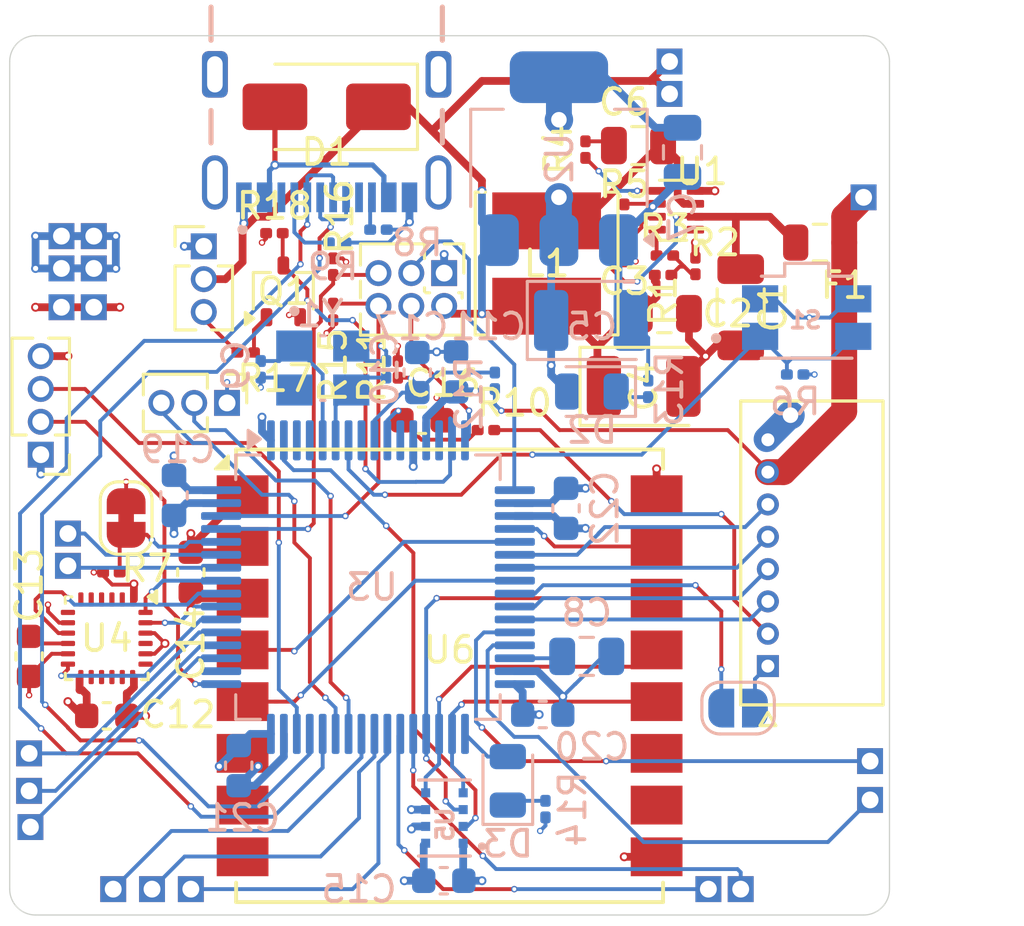
<source format=kicad_pcb>
(kicad_pcb (version 20240108) (generator "pcbnew") (generator_version "8.0")
  (layers (0 "F.Cu" signal) (1 "In1.Cu" power "3v3.Cu") (2 "In2.Cu" power "Gnd.Cu") (31 "B.Cu" signal) (34 "B.Paste" user) (35 "F.Paste" user) (36 "B.SilkS" user "B.Silkscreen") (37 "F.SilkS" user "F.Silkscreen") (38 "B.Mask" user) (39 "F.Mask" user) (44 "Edge.Cuts" user))
  (net 0 "")
  (net 1 "Net-(U1-VIN)")
  (net 2 "GND")
  (net 3 "5V")
  (net 4 "Net-(U1-SS)")
  (net 5 "3V3")
  (net 6 "Net-(U1-SW)")
  (net 7 "Net-(C6-Pad1)")
  (net 8 "Net-(U3-VCAP_1)")
  (net 9 "Net-(U3-PH0)")
  (net 10 "Net-(U3-PH1)")
  (net 11 "Net-(U4-REGOUT)")
  (net 12 "/ADC_I")
  (net 13 "/ADC_U")
  (net 14 "Net-(D1-A)")
  (net 15 "Net-(D2-K)")
  (net 16 "Net-(D3-A)")
  (net 17 "Net-(D3-K)")
  (net 18 "BAT")
  (net 19 "/SWCLK")
  (net 20 "/SWDIO")
  (net 21 "/USB_DM")
  (net 22 "Net-(J2-CC2)")
  (net 23 "/USB_DP")
  (net 26 "Net-(J2-CC1)")
  (net 27 "/ESC_RX")
  (net 28 "/ESC_3")
  (net 29 "Net-(J3-CURR)")
  (net 30 "/ESC_2")
  (net 31 "/ESC_1")
  (net 32 "/ESC_4")
  (net 33 "/GPS_TX")
  (net 34 "/MAG_SCL")
  (net 35 "/GPS_RX")
  (net 36 "/MAG_SDA")
  (net 37 "Net-(J14-SBUS)")
  (net 38 "/DEBUG_RX")
  (net 39 "/DEBUG_TX")
  (net 40 "/GEN_MOSI")
  (net 41 "/TIM8_4")
  (net 42 "/TIM8_3")
  (net 43 "/TIM4_2")
  (net 44 "/TIM4_1")
  (net 45 "/TIM1_1")
  (net 46 "/GEN_MISO")
  (net 47 "/GEN_SCK")
  (net 48 "/GEN_SDA")
  (net 49 "/GEN_SCL")
  (net 50 "/GEN_RX")
  (net 51 "/GEN_TX")
  (net 52 "Net-(JP1-B)")
  (net 53 "Net-(JP2-B)")
  (net 54 "/SBUS_RX")
  (net 55 "Net-(Q1-B)")
  (net 56 "Net-(R1-Pad2)")
  (net 57 "Net-(U1-FB)")
  (net 58 "Net-(U1-BST)")
  (net 59 "Net-(U1-EN)")
  (net 60 "Net-(U3-NRST)")
  (net 62 "/LORA_BAR_MISO")
  (net 63 "/LORA_RST")
  (net 66 "/IMU_IRQN")
  (net 67 "/LORA_NSS")
  (net 70 "/IMU_MOSI")
  (net 73 "/LORA_BAR_MOSI")
  (net 74 "/IMU_MISO")
  (net 75 "/BAR_CSB")
  (net 76 "/LORA_IRQN")
  (net 77 "/LORA_BAR_SCK")
  (net 78 "/IMU_SCK")
  (footprint "Resistor_SMD:R_0201_0603Metric" (layer "F.Cu") (at 103.93 120.75 180)
    (property "Reference" "R7")
    (property "Value" "4.7k")
  )
  (footprint "footprints:1.27mm_pin" (layer "F.Cu") (at 133.25 129.55 180)
    (property "Reference" "J25" (hide yes))
    (property "Value" "PB10")
  )
  (footprint "Capacitor_SMD:C_0603_1608Metric" (layer "F.Cu") (at 115.935 114.87)
    (property "Reference" "C16")
    (property "Value" "0.1uF")
  )
  (footprint "Sensor_Motion:InvenSense_QFN-24_3x3mm_P0.4mm" (layer "F.Cu") (at 103.75 123.3 -90)
    (property "Reference" "U4")
    (property "Value" "MPU-9250")
  )
  (footprint "Connector_PinHeader_1.27mm:PinHeader_2x03_P1.27mm_Vertical" (layer "F.Cu") (at 116.79 109.18 -90)
    (property "Reference" "J13" (hide yes))
    (property "Value" "Pin_02x03")
  )
  (footprint "footprints:1.27mm_pin" (layer "F.Cu") (at 133.25 128.05 180)
    (property "Reference" "J16" (hide yes))
    (property "Value" "PB2")
  )
  (footprint "footprints:1.27mm_pin" (layer "F.Cu") (at 102 107.75)
    (property "Reference" "J9" (hide yes))
    (property "Value" "GND")
  )
  (footprint "footprints:MOLEX_530480810" (layer "F.Cu") (at 129.3 124.375 90)
    (property "Reference" "J3" (hide yes))
    (property "Value" "530480810")
  )
  (footprint "Capacitor_Tantalum_SMD:CP_EIA-3528-12_Kemet-T" (layer "F.Cu") (at 124.5 113.56)
    (property "Reference" "C4")
    (property "Value" "47uF")
  )
  (footprint "Capacitor_SMD:C_0805_2012Metric" (layer "F.Cu") (at 124.3 104.25)
    (property "Reference" "C6")
    (property "Value" "1uF")
  )
  (footprint "Capacitor_SMD:C_0201_0603Metric" (layer "F.Cu") (at 123.75 108.405 -90)
    (property "Reference" "C3")
    (property "Value" "6.8nF")
  )
  (footprint "footprints:1.27mm_pin" (layer "F.Cu") (at 100.8 130.6)
    (property "Reference" "J23" (hide yes))
    (property "Value" "PC10")
  )
  (footprint "MountingHole:MountingHole_2.2mm_M2" (layer "F.Cu") (at 129.75 129.75)
    (property "Reference" "REF**3" (hide yes))
    (property "Value" "MountingHole_2.2mm_M2")
  )
  (footprint "Package_TO_SOT_SMD:SOT-323_SC-70" (layer "F.Cu") (at 110.575 109.886306 90)
    (property "Reference" "Q1")
    (property "Value" "BC807W")
  )
  (footprint "footprints:1.27mm_pin" (layer "F.Cu") (at 102.25 119.25)
    (property "Reference" "J19" (hide yes))
    (property "Value" "PB7")
  )
  (footprint "Resistor_SMD:R_0201_0603Metric" (layer "F.Cu") (at 122.25 104.405 90)
    (property "Reference" "R4")
    (property "Value" "20R")
  )
  (footprint "Jumper:SolderJumper-2_P1.3mm_Bridged_RoundedPad1.0x1.5mm" (layer "F.Cu") (at 104.5 118.65 -90)
    (property "Reference" "JP1" (hide yes))
    (property "Value" "BOOT0")
  )
  (footprint "footprints:1.27mm_pin" (layer "F.Cu") (at 100.75 127.75)
    (property "Reference" "J24" (hide yes))
    (property "Value" "PC12")
  )
  (footprint "Resistor_SMD:R_0201_0603Metric" (layer "F.Cu") (at 125.25 109.25)
    (property "Reference" "R1")
    (property "Value" "40.2k")
  )
  (footprint "Resistor_SMD:R_0201_0603Metric" (layer "F.Cu") (at 123.75 106.845 90)
    (property "Reference" "R5")
    (property "Value" "604k")
  )
  (footprint "footprints:1.27mm_pin" (layer "F.Cu") (at 103.25 110.5 90)
    (property "Reference" "J8" (hide yes))
    (property "Value" "3V3")
  )
  (footprint "Resistor_SMD:R_0201_0603Metric" (layer "F.Cu") (at 115 112.905 -90)
    (property "Reference" "R11")
    (property "Value" "4.7k")
  )
  (footprint "Connector_PinHeader_1.27mm:PinHeader_1x03_P1.27mm_Vertical" (layer "F.Cu") (at 107.5 108.143806)
    (property "Reference" "J14" (hide yes))
    (property "Value" "Pin_01x03")
  )
  (footprint "footprints:1.27mm_pin" (layer "F.Cu") (at 127 133 90)
    (property "Reference" "J26" (hide yes))
    (property "Value" "PC7")
  )
  (footprint "Package_TO_SOT_SMD:SOT-583-8" (layer "F.Cu") (at 125.76 106.75 180)
    (property "Reference" "U1")
    (property "Value" "MP2348")
  )
  (footprint "Connector_PinHeader_1.27mm:PinHeader_1x04_P1.27mm_Vertical" (layer "F.Cu") (at 101.2 116.2 180)
    (property "Reference" "J1" (hide yes))
    (property "Value" "Pin_01x04")
  )
  (footprint "footprints:1.27mm_pin" (layer "F.Cu") (at 102.25 120.5)
    (property "Reference" "J20" (hide yes))
    (property "Value" "PB6")
  )
  (footprint "footprints:1.27mm_pin" (layer "F.Cu") (at 125.5 101)
    (property "Reference" "J5" (hide yes))
    (property "Value" "5V")
  )
  (footprint "footprints:1.27mm_pin" (layer "F.Cu") (at 107 133)
    (property "Reference" "J18" (hide yes))
    (property "Value" "PC8")
  )
  (footprint "Capacitor_SMD:C_0805_2012Metric" (layer "F.Cu") (at 125.3 110.75)
    (property "Reference" "C2")
    (property "Value" "1uF")
  )
  (footprint "footprints:1.27mm_pin" (layer "F.Cu") (at 100.75 129.2)
    (property "Reference" "J22" (hide yes))
    (property "Value" "PC11")
  )
  (footprint "footprints:1.27mm_pin" (layer "F.Cu") (at 102 109)
    (property "Reference" "J11" (hide yes))
    (property "Value" "GND")
  )
  (footprint "Capacitor_SMD:C_1206_3216Metric" (layer "F.Cu") (at 128.25 110.5 -90)
    (property "Reference" "C1")
    (property "Value" "10uF")
  )
  (footprint "Capacitor_SMD:C_0603_1608Metric" (layer "F.Cu") (at 103.75 126.3)
    (property "Reference" "C12")
    (property "Value" "0.1uF")
  )
  (footprint "MountingHole:MountingHole_2.2mm_M2" (layer "F.Cu") (at 104.25 104.25)
    (property "Reference" "REF**" (hide yes))
    (property "Value" "MountingHole_2.2mm_M2")
  )
  (footprint "Resistor_SMD:R_0201_0603Metric" (layer "F.Cu") (at 125.32 108.5)
    (property "Reference" "R3")
    (property "Value" "15k")
  )
  (footprint "footprints:1.27mm_pin" (layer "F.Cu") (at 105.5 133)
    (property "Reference" "J17" (hide yes))
    (property "Value" "PC9")
  )
  (footprint "MountingHole:MountingHole_2.2mm_M2" (layer "F.Cu") (at 129.75 104.25)
    (property "Reference" "REF**1" (hide yes))
    (property "Value" "MountingHole_2.2mm_M2")
  )
  (footprint "Capacitor_SMD:C_0603_1608Metric" (layer "F.Cu") (at 107 120.75 90)
    (property "Reference" "C14")
    (property "Value" "0.1uF")
  )
  (footprint "footprints:1.27mm_pin" (layer "F.Cu") (at 103.25 107.75)
    (property "Reference" "J10" (hide yes))
    (property "Value" "GND")
  )
  (footprint "footprints:1.27mm_pin" (layer "F.Cu") (at 128.25 133 90)
    (property "Reference" "J27" (hide yes))
    (property "Value" "PC6")
  )
  (footprint "Connector_PinHeader_1.27mm:PinHeader_1x03_P1.27mm_Vertical" (layer "F.Cu") (at 108.4 114.2 -90)
    (property "Reference" "J15" (hide yes))
    (property "Value" "Pin_01x03")
  )
  (footprint "Capacitor_SMD:C_0603_1608Metric" (layer "F.Cu") (at 100.75 124 -90)
    (property "Reference" "C13")
    (property "Value" "0.1uF")
  )
  (footprint "Inductor_SMD:L_Cenker_CKCS5040" (layer "F.Cu") (at 120.75 108.81 -90)
    (property "Reference" "L1")
    (property "Value" "4.7uH")
  )
  (footprint "Fuse:Fuse_0805_2012Metric" (layer "F.Cu") (at 131.3125 108 180)
    (property "Reference" "F1")
    (property "Value" "4A")
  )
  (footprint "footprints:1.27mm_pin" (layer "F.Cu") (at 104 133)
    (property "Reference" "J21" (hide yes))
    (property "Value" "PA8")
  )
  (footprint "footprints:1.27mm_pin" (layer "F.Cu") (at 103.25 109)
    (property "Reference" "J12" (hide yes))
    (property "Value" "GND")
  )
  (footprint "Resistor_SMD:R_0201_0603Metric" (layer "F.Cu") (at 118.405 115.25)
    (property "Reference" "R10")
    (property "Value" "1k")
  )
  (footprint "Resistor_SMD:R_0201_0603Metric" (layer "F.Cu") (at 109.12 112.248806 180)
    (property "Reference" "R17")
    (property "Value" "1k")
  )
  (footprint "Resistor_SMD:R_0201_0603Metric" (layer "F.Cu") (at 112.5 108.93 90)
    (property "Reference" "R16")
    (property "Value" "4.7k")
  )
  (footprint "footprints:1.27mm_pin" (layer "F.Cu") (at 125.5 102.25)
    (property "Reference" "J6" (hide yes))
    (property "Value" "5V")
  )
  (footprint "Resistor_SMD:R_0201_0603Metric" (layer "F.Cu") (at 110.23 107.636306)
    (property "Reference" "R18")
    (property "Value" "1k")
  )
  (footprint "Resistor_SMD:R_0201_0603Metric" (layer "F.Cu") (at 112.5 110.68 -90)
    (property "Reference" "R15")
    (property "Value" "4.7k")
  )
  (footprint "footprints:1.27mm_pin" (layer "F.Cu") (at 102 110.5 90)
    (property "Reference" "J7" (hide yes))
    (property "Value" "3V3")
  )
  (footprint "Diode_SMD:D_SMA" (layer "F.Cu") (at 112.25 102.75 180)
    (property "Reference" "D1")
    (property "Value" "B320")
  )
  (footprint "footprints:1.27mm_pin" (layer "F.Cu") (at 133 106.25 90)
    (property "Reference" "J4" (hide yes))
    (property "Value" "BAT")
  )
  (footprint "MountingHole:MountingHole_2.2mm_M2" (layer "F.Cu") (at 104.25 129.75)
    (property "Reference" "REF**2" (hide yes))
    (property "Value" "MountingHole_2.2mm_M2")
  )
  (footprint "Resistor_SMD:R_0201_0603Metric" (layer "F.Cu") (at 126.5 108.905 90)
    (property "Reference" "R2")
    (property "Value" "7.68k")
  )
  (footprint "RF_Module:Ai-Thinker-Ra-01-LoRa" (layer "F.Cu") (at 117 124.75)
    (property "Reference" "U6")
    (property "Value" "Ai-Thinker-Ra-02")
  )
  (footprint "Capacitor_SMD:C_0805_2012Metric" (layer "B.Cu") (at 126 104.51 -90)
    (property "Reference" "C7")
    (property "Value" "1uF")
  )
  (footprint "Resistor_SMD:R_0201_0603Metric" (layer "B.Cu") (at 130.355 113.1)
    (property "Reference" "R6")
    (property "Value" "4.7k")
  )
  (footprint "Resistor_SMD:R_0201_0603Metric" (layer "B.Cu") (at 120.705 129.905 90)
    (property "Reference" "R14")
    (property "Value" "1k")
  )
  (footprint "Capacitor_SMD:C_0603_1608Metric" (layer "B.Cu") (at 108.85 128.225 90)
    (property "Reference" "C21")
    (property "Value" "0.1uF")
  )
  (footprint "Capacitor_SMD:C_0603_1608Metric" (layer "B.Cu") (at 115.75 113.025 90)
    (property "Reference" "C17")
    (property "Value" "0.1uF")
  )
  (footprint "Capacitor_SMD:C_0603_1608Metric" (layer "B.Cu") (at 120.6 126.25 180)
    (property "Reference" "C20")
    (property "Value" "0.1uF")
  )
  (footprint "Resistor_SMD:R_0201_0603Metric" (layer "B.Cu") (at 114.25 107.5)
    (property "Reference" "R8")
    (property "Value" "5.1k")
  )
  (footprint "LED_SMD:LED_0805_2012Metric" (layer "B.Cu") (at 119.25 128.8125 90)
    (property "Reference" "D3")
    (property "Value" "Status-Green")
  )
  (footprint "Capacitor_SMD:C_0603_1608Metric" (layer "B.Cu") (at 117.25 113 -90)
    (property "Reference" "C11")
    (property "Value" "0.1uF")
  )
  (footprint "footprints:SW_EVQ-P7L01P" (layer "B.Cu") (at 130.8 110.9)
    (property "Reference" "S1")
    (property "Value" "EVQ-P7L01P")
  )
  (footprint "Capacitor_SMD:C_0201_0603Metric" (layer "B.Cu") (at 109.7 112.9 90)
    (property "Reference" "C9")
    (property "Value" "6.8pF")
  )
  (footprint "Capacitor_SMD:C_0603_1608Metric" (layer "B.Cu") (at 106.35 117.775 90)
    (property "Reference" "C19")
    (property "Value" "0.1uF")
  )
  (footprint "Package_QFP:LQFP-64_10x10mm_P0.5mm" (layer "B.Cu") (at 113.845 121.3225 -90)
    (property "Reference" "U3")
    (property "Value" "STM32F446RETx")
  )
  (footprint "Resistor_SMD:R_0201_0603Metric" (layer "B.Cu") (at 118.75 113.345 90)
    (property "Reference" "R12")
    (property "Value" "40.2k")
  )
  (footprint "Package_TO_SOT_SMD:SOT-223-3_TabPin2" (layer "B.Cu") (at 121.225 104.755 90)
    (property "Reference" "U2")
    (property "Value" "AMS1117-3.3")
  )
  (footprint "Resistor_SMD:R_0201_0603Metric" (layer "B.Cu") (at 112.655 108 180)
    (property "Reference" "R9")
    (property "Value" "5.1k")
  )
  (footprint "Capacitor_SMD:C_0603_1608Metric" (layer "B.Cu") (at 116.775 132.675)
    (property "Reference" "C15")
    (property "Value" "0.1uF")
  )
  (footprint "Resistor_SMD:R_0201_0603Metric" (layer "B.Cu") (at 124.675 113.655 -90)
    (property "Reference" "R13")
    (property "Value" "1k")
  )
  (footprint "footprints:GCT_USB4105GFA120" (layer "B.Cu") (at 112.25 101.495)
    (property "Reference" "J2" (hide yes))
    (property "Value" "USB4105GFA120")
  )
  (footprint "Capacitor_Tantalum_SMD:CP_EIA-3528-12_Kemet-T" (layer "B.Cu") (at 122.4625 111.01)
    (property "Reference" "C5")
    (property "Value" "47uF")
  )
  (footprint "Capacitor_SMD:C_0201_0603Metric" (layer "B.Cu") (at 114.55 112.9 90)
    (property "Reference" "C10")
    (property "Value" "6.8pF")
  )
  (footprint "footprints:XTAL_ABM8G-25.000MHZ-4Y-T3" (layer "B.Cu") (at 112.1 112.85 -90)
    (property "Reference" "Y1")
    (property "Value" "ABM8G-25MHZ")
  )
  (footprint "Capacitor_SMD:C_0603_1608Metric" (layer "B.Cu") (at 121.5 118.275 -90)
    (property "Reference" "C22")
    (property "Value" "0.1uF")
  )
  (footprint "footprints:XDCR_DPS368XTSA1" (layer "B.Cu") (at 116.8 130.25)
    (property "Reference" "U5")
    (property "Value" "DPS368XTSA1")
  )
  (footprint "Jumper:SolderJumper-2_P1.3mm_Open_RoundedPad1.0x1.5mm" (layer "B.Cu") (at 128.15 126 180)
    (property "Reference" "JP2" (hide yes))
    (property "Value" "ESC_TEL")
  )
  (footprint "LED_SMD:LED_0805_2012Metric" (layer "B.Cu") (at 122.5 113.76 180)
    (property "Reference" "D2")
    (property "Value" "Power-Red")
  )
  (footprint "Capacitor_SMD:C_0805_2012Metric" (layer "B.Cu") (at 122.3 124 180)
    (property "Reference" "C8")
    (property "Value" "1uF")
  )
  (gr_line (start 100 133) (end 100 101) (stroke (width 0.05)) (layer "Edge.Cuts"))
  (gr_arc (start 100 101) (mid 100.292893 100.292893) (end 101 100) (stroke (width 0.05)) (layer "Edge.Cuts"))
  (gr_arc (start 133 100) (mid 133.707107 100.292893) (end 134 101) (stroke (width 0.05)) (layer "Edge.Cuts"))
  (gr_line (start 101 100) (end 133 100) (stroke (width 0.05)) (layer "Edge.Cuts"))
  (gr_line (start 134 101) (end 134 133) (stroke (width 0.05)) (layer "Edge.Cuts"))
  (gr_arc (start 101 134) (mid 100.292893 133.707107) (end 100 133) (stroke (width 0.05)) (layer "Edge.Cuts"))
  (gr_arc (start 134 133) (mid 133.707107 133.707107) (end 133 134) (stroke (width 0.05)) (layer "Edge.Cuts"))
  (gr_line (start 133 134) (end 101 134) (stroke (width 0.05)) (layer "Edge.Cuts"))
  (segment (start 128.0625 107) (end 129.375 107) (width 0.3) (layer "F.Cu") (net 1))
  (segment (start 128.0625 107) (end 128.0625 108.8375) (width 0.3) (layer "F.Cu") (net 1))
  (segment (start 123.75 109.5) (end 124.25 109.5) (width 0.15) (layer "F.Cu") (net 1))
  (segment (start 123.275 107.64) (end 123.275 109.025) (width 0.15) (layer "F.Cu") (net 1))
  (segment (start 128.0625 108.8375) (end 128.25 109.025) (width 0.3) (layer "F.Cu") (net 1))
  (segment (start 123.75 107.165) (end 123.275 107.64) (width 0.15) (layer "F.Cu") (net 1))
  (segment (start 129.375 107) (end 130.375 108) (width 0.3) (layer "F.Cu") (net 1))
  (segment (start 123.275 109.025) (end 123.75 109.5) (width 0.15) (layer "F.Cu") (net 1))
  (segment (start 125.75 107) (end 126.5 107) (width 0.15) (layer "F.Cu") (net 1))
  (segment (start 128.0625 107) (end 126.5 107) (width 0.3) (layer "F.Cu") (net 1))
  (via (at 125.75 107) (size 0.25) (drill 0.15) (layers "F.Cu" "B.Cu") (net 1))
  (via (at 124.25 109.5) (size 0.25) (drill 0.15) (layers "F.Cu" "B.Cu") (net 1))
  (segment (start 125.75 108) (end 125.75 107) (width 0.15) (layer "B.Cu") (net 1))
  (segment (start 124.25 109.5) (end 125.75 108) (width 0.15) (layer "B.Cu") (net 1))
  (segment (start 105.6 123.1) (end 106 123.5) (width 0.15) (layer "F.Cu") (net 2))
  (segment (start 108.775 119.975) (end 109 119.75) (width 0.3) (layer "F.Cu") (net 2))
  (segment (start 126.5 108.585) (end 126.5 108) (width 0.3) (layer "F.Cu") (net 2))
  (segment (start 104.5 118) (end 104.5 117.25) (width 0.15) (layer "F.Cu") (net 2))
  (segment (start 128.25 111.975) (end 127.3125 111.975) (width 0.3) (layer "F.Cu") (net 2))
  (segment (start 116.71 114.87) (end 116.71 114.21) (width 0.15) (layer "F.Cu") (net 2))
  (segment (start 123.75 131.75) (end 125 131.75) (width 0.3) (layer "F.Cu") (net 2))
  (segment (start 100.75 125.5) (end 100.75 124.775) (width 0.15) (layer "F.Cu") (net 2))
  (segment (start 126.25 111.75) (end 126.89375 112.39375) (width 0.3) (layer "F.Cu") (net 2))
  (segment (start 104.525 126.3) (end 104.525 125.425) (width 0.3) (layer "F.Cu") (net 2))
  (segment (start 105.25 126.3) (end 104.525 126.3) (width 0.3) (layer "F.Cu") (net 2))
  (segment (start 104.567072 125.425) (end 104.8 125.192072) (width 0.3) (layer "F.Cu") (net 2))
  (segment (start 126.5 106) (end 127.25 106) (width 0.3) (layer "F.Cu") (net 2))
  (segment (start 124.188024 108.725) (end 123.75 108.725) (width 0.15) (layer "F.Cu") (net 2))
  (segment (start 115 112.585) (end 115 112) (width 0.15) (layer "F.Cu") (net 2))
  (segment (start 101.625 123.9) (end 102.25 123.9) (width 0.15) (layer "F.Cu") (net 2))
  (segment (start 107 119.975) (end 107 119.25) (width 0.3) (layer "F.Cu") (net 2))
  (segment (start 125 117.75) (end 125 116.75) (width 0.3) (layer "F.Cu") (net 2))
  (segment (start 107 119.975) (end 108.775 119.975) (width 0.3) (layer "F.Cu") (net 2))
  (segment (start 105.6 123.9) (end 106 123.5) (width 0.15) (layer "F.Cu") (net 2))
  (segment (start 104.525 125.425) (end 104.567072 125.425) (width 0.3) (layer "F.Cu") (net 2))
  (segment (start 100.75 124.775) (end 101.625 123.9) (width 0.15) (layer "F.Cu") (net 2))
  (segment (start 107 119.975) (end 107 119.75) (width 0.3) (layer "F.Cu") (net 2))
  (segment (start 104.8 125.192072) (end 104.8 124.8) (width 0.3) (layer "F.Cu") (net 2))
  (segment (start 126.25 110.75) (end 126.25 111.75) (width 0.3) (layer "F.Cu") (net 2))
  (segment (start 126.89375 112.39375) (end 125.7875 113.5) (width 0.3) (layer "F.Cu") (net 2))
  (segment (start 109.91 107.84) (end 109.75 108) (width 0.15) (layer "F.Cu") (net 2))
  (segment (start 107 119.75) (end 109 117.75) (width 0.3) (layer "F.Cu") (net 2))
  (segment (start 127.3125 111.975) (end 126.89375 112.39375) (width 0.3) (layer "F.Cu") (net 2))
  (segment (start 105.25 123.1) (end 105.6 123.1) (width 0.15) (layer "F.Cu") (net 2))
  (segment (start 116.71 114.21) (end 116.5 114) (width 0.15) (layer "F.Cu") (net 2))
  (segment (start 105.25 123.9) (end 105.6 123.9) (width 0.15) (layer "F.Cu") (net 2))
  (segment (start 109.91 107.636306) (end 109.91 107.84) (width 0.15) (layer "F.Cu") (net 2))
  (via blind (at 106 123.5) (size 0.35) (drill 0.2) (layers "F.Cu" "In2.Cu") (net 2))
  (via blind (at 105.25 126.3) (size 0.35) (drill 0.2) (layers "F.Cu" "In2.Cu") (net 2))
  (via blind (at 116.5 114) (size 0.25) (drill 0.15) (layers "F.Cu" "In2.Cu") (net 2))
  (via blind (at 125 116.75) (size 0.35) (drill 0.2) (layers "F.Cu" "In2.Cu") (net 2))
  (via blind (at 115 112) (size 0.25) (drill 0.15) (layers "F.Cu" "In2.Cu") (net 2))
  (via blind (at 104.5 117.25) (size 0.25) (drill 0.15) (layers "F.Cu" "In2.Cu") (net 2))
  (via blind (at 126.89375 112.39375) (size 0.35) (drill 0.2) (layers "F.Cu" "In2.Cu") (net 2))
  (via blind (at 123.75 131.75) (size 0.35) (drill 0.2) (layers "F.Cu" "In2.Cu") (net 2))
  (via blind (at 124.188024 108.725) (size 0.25) (drill 0.15) (layers "F.Cu" "In2.Cu") (net 2))
  (via blind (at 127.25 106) (size 0.35) (drill 0.2) (layers "F.Cu" "In2.Cu") (net 2))
  (via blind (at 109.75 108) (size 0.25) (drill 0.15) (layers "F.Cu" "In2.Cu") (net 2))
  (via blind (at 126.5 108) (size 0.35) (drill 0.2) (layers "F.Cu" "In2.Cu") (net 2))
  (via blind (at 107 119.25) (size 0.35) (drill 0.2) (layers "F.Cu" "In2.Cu") (net 2))
  (via blind (at 100.75 125.5) (size 0.25) (drill 0.15) (layers "F.Cu" "In2.Cu") (net 2))
  (via blind (at 101 109) (size 0.35) (drill 0.2) (layers "In2.Cu" "B.Cu") (net 2))
  (via blind (at 115.595 116.655) (size 0.35) (drill 0.2) (layers "In2.Cu" "B.Cu") (net 2))
  (via blind (at 116.5 112.225) (size 0.35) (drill 0.2) (layers "In2.Cu" "B.Cu") (net 2))
  (via blind (at 109.05 107.25) (size 0.35) (drill 0.2) (layers "In2.Cu" "B.Cu") (net 2))
  (via blind (at 122.25 117.5) (size 0.35) (drill 0.2) (layers "In2.Cu" "B.Cu") (net 2))
  (via blind (at 116.79 108.46) (size 0.35) (drill 0.2) (layers "In2.Cu" "B.Cu") (net 2))
  (via blind (at 101 107.75) (size 0.35) (drill 0.2) (layers "In2.Cu" "B.Cu") (net 2))
  (via blind (at 130.9 110.9) (size 0.25) (drill 0.15) (layers "In2.Cu" "B.Cu") (net 2))
  (via blind (at 114.35 112) (size 0.25) (drill 0.15) (layers "In2.Cu" "B.Cu") (net 2))
  (via blind (at 101.2 116.95) (size 0.35) (drill 0.2) (layers "In2.Cu" "B.Cu") (net 2))
  (via blind (at 109.7 113.6) (size 0.25) (drill 0.15) (layers "In2.Cu" "B.Cu") (net 2))
  (via blind (at 120.5 130.75) (size 0.25) (drill 0.15) (layers "In2.Cu" "B.Cu") (net 2))
  (via blind (at 109.6 128.25) (size 0.35) (drill 0.2) (layers "In2.Cu" "B.Cu") (net 2))
  (via blind (at 115.525 130.675) (size 0.35) (drill 0.2) (layers "In2.Cu" "B.Cu") (net 2))
  (via blind (at 104.1 109) (size 0.35) (drill 0.2) (layers "In2.Cu" "B.Cu") (net 2))
  (via blind (at 124.85 106.61) (size 0.35) (drill 0.2) (layers "In2.Cu" "B.Cu") (net 2))
  (via blind (at 108.4 113.4) (size 0.25) (drill 0.15) (layers "In2.Cu" "B.Cu") (net 2))
  (via blind (at 121.375 125.54938) (size 0.35) (drill 0.2) (layers "In2.Cu" "B.Cu") (net 2))
  (via blind (at 106.35 119.25) (size 0.35) (drill 0.2) (layers "In2.Cu" "B.Cu") (net 2))
  (via blind (at 104.1 107.75) (size 0.35) (drill 0.2) (layers "In2.Cu" "B.Cu") (net 2))
  (via blind (at 130.17448 114.67448) (size 1.1) (drill 0.6) (layers "In2.Cu" "B.Cu") (net 2))
  (via blind (at 106.75 108.143806) (size 0.35) (drill 0.2) (layers "In2.Cu" "B.Cu") (net 2))
  (via blind (at 115.45 107.2) (size 0.35) (drill 0.2) (layers "In2.Cu" "B.Cu") (net 2))
  (via blind (at 118.25 132.675) (size 0.35) (drill 0.2) (layers "In2.Cu" "B.Cu") (net 2))
  (segment (start 115.45 107.2) (end 115.45 106.25) (width 0.3) (layer "B.Cu") (net 2))
  (segment (start 123.25 124) (end 122.92438 124) (width 0.15) (layer "B.Cu") (net 2))
  (segment (start 101 109) (end 101 107.75) (width 0.3) (layer "B.Cu") (net 2))
  (segment (start 123.555 107.905) (end 123.525 107.905) (width 0.3) (layer "B.Cu") (net 2))
  (segment (start 117.25 112.225) (end 116.5 112.225) (width 0.15) (layer "B.Cu") (net 2))
  (segment (start 106.75 108.143806) (end 107.5 108.143806) (width 0.3) (layer "B.Cu") (net 2))
  (segment (start 122.2 124.730456) (end 121.855456 125.075) (width 0.15) (layer "B.Cu") (net 2))
  (segment (start 109.7 113.22) (end 110.52 113.22) (width 0.15) (layer "B.Cu") (net 2))
  (segment (start 102 109) (end 104.1 109) (width 0.3) (layer "B.Cu") (net 2))
  (segment (start 129.575 110.175) (end 129 110.175) (width 0.15) (layer "B.Cu") (net 2))
  (segment (start 115.45 107.2) (end 115.15 107.5) (width 0.15) (layer "B.Cu") (net 2))
  (segment (start 116.79 108.46) (end 116.79 109.18) (width 0.3) (layer "B.Cu") (net 2))
  (segment (start 132.425 110.175) (end 131.7 110.9) (width 0.15) (layer "B.Cu") (net 2))
  (segment (start 121.5 117.5) (end 120.9275 118.0725) (width 0.3) (layer "B.Cu") (net 2))
  (segment (start 114.65 108) (end 112.975 108) (width 0.15) (layer "B.Cu") (net 2))
  (segment (start 104.1 107.75) (end 104.1 109) (width 0.3) (layer "B.Cu") (net 2))
  (segment (start 130.3 110.9) (end 129.575 110.175) (width 0.15) (layer "B.Cu") (net 2))
  (segment (start 121.375 125.54938) (end 121.375 126.25) (width 0.3) (layer "B.Cu") (net 2))
  (segment (start 120.9275 118.0725) (end 119.52 118.0725) (width 0.3) (layer "B.Cu") (net 2))
  (segment (start 114.55 112.58) (end 114.55 112.2) (width 0.15) (layer "B.Cu") (net 2))
  (segment (start 120.39812 124.5725) (end 121.375 125.54938) (width 0.3) (layer "B.Cu") (net 2))
  (segment (start 108.85 129) (end 109.6 128.25) (width 0.3) (layer "B.Cu") (net 2))
  (segment (start 124.675 113.335) (end 124.675 111.685) (width 0.15) (layer "B.Cu") (net 2))
  (segment (start 115.15 107.5) (end 114.57 107.5) (width 0.15) (layer "B.Cu") (net 2))
  (segment (start 121.84938 125.075) (end 121.375 125.54938) (width 0.15) (layer "B.Cu") (net 2))
  (segment (start 122.25 117.5) (end 121.5 117.5) (width 0.3) (layer "B.Cu") (net 2))
  (segment (start 115.625 130.575) (end 116.075 130.575) (width 0.3) (layer "B.Cu") (net 2))
  (segment (start 118.25 132.675) (end 117.5375 132.675) (width 0.3) (layer "B.Cu") (net 2))
  (segment (start 120.5 130.75) (end 120.705 130.545) (width 0.15) (layer "B.Cu") (net 2))
  (segment (start 110.52 113.22) (end 111 113.7) (width 0.15) (layer "B.Cu") (net 2))
  (segment (start 117.525 132.65) (end 117.55 132.675) (width 0.3) (layer "B.Cu") (net 2))
  (segment (start 109.7 113.6) (end 109.7 113.22) (width 0.15) (layer "B.Cu") (net 2))
  (segment (start 103.1 107.75) (end 101 107.75) (width 0.3) (layer "B.Cu") (net 2))
  (segment (start 116.5 112.225) (end 115.775 112.225) (width 0.15) (layer "B.Cu") (net 2))
  (segment (start 124.85 106.61) (end 123.555 107.905) (width 0.3) (layer "B.Cu") (net 2))
  (segment (start 108.85 129) (end 109.47062 129) (width 0.3) (layer "B.Cu") (net 2))
  (segment (start 120.705 130.545) (end 120.705 130.225) (width 0.15) (layer "B.Cu") (net 2))
  (segment (start 108.4 114.2) (end 108.4 113.4) (width 0.15) (layer "B.Cu") (net 2))
  (segment (start 114.55 112.2) (end 114.35 112) (width 0.15) (layer "B.Cu") (net 2))
  (segment (start 131.7 110.9) (end 130.9 110.9) (width 0.15) (layer "B.Cu") (net 2))
  (segment (start 117.525 131.225) (end 117.525 132.65) (width 0.3) (layer "B.Cu") (net 2))
  (segment (start 101.2 116.95) (end 101.2 116.2) (width 0.3) (layer "B.Cu") (net 2))
  (segment (start 110.595 127.87562) (end 110.595 126.9975) (width 0.3) (layer "B.Cu") (net 2))
  (segment (start 102 107.75) (end 104.1 107.75) (width 0.3) (layer "B.Cu") (net 2))
  (segment (start 115.45 107.2) (end 114.65 108) (width 0.15) (layer "B.Cu") (net 2))
  (segment (start 119.52 124.5725) (end 120.39812 124.5725) (width 0.3) (layer "B.Cu") (net 2))
  (segment (start 122.92438 124) (end 122.2 124.72438) (width 0.15) (layer "B.Cu") (net 2))
  (segment (start 130.9 110.9) (end 130.3 110.9) (width 0.15) (layer "B.Cu") (net 2))
  (segment (start 106.35 118.55) (end 106.35 119.25) (width 0.3) (layer "B.Cu") (net 2))
  (segment (start 132.6 110.175) (end 132.425 110.175) (width 0.15) (layer "B.Cu") (net 2))
  (segment (start 103.1 109) (end 101 109) (width 0.3) (layer "B.Cu") (net 2))
  (segment (start 115.595 116.655) (end 115.595 115.6475) (width 0.3) (layer "B.Cu") (net 2))
  (segment (start 109.05 107.25) (end 109.05 106.25) (width 0.3) (layer "B.Cu") (net 2))
  (segment (start 106.8275 118.0725) (end 106.35 118.55) (width 0.3) (layer "B.Cu") (net 2))
  (segment (start 123.525 107.905) (end 123.525 110.535) (width 0.3) (layer "B.Cu") (net 2))
  (segment (start 115.525 130.675) (end 115.625 130.575) (width 0.3) (layer "B.Cu") (net 2))
  (segment (start 121.855456 125.075) (end 121.84938 125.075) (width 0.15) (layer "B.Cu") (net 2))
  (segment (start 129.25 115.59896) (end 130.17448 114.67448) (width 1) (layer "B.Cu") (net 2))
  (segment (start 108.17 118.0725) (end 106.8275 118.0725) (width 0.3) (layer "B.Cu") (net 2))
  (segment (start 115.775 112.225) (end 115.75 112.25) (width 0.15) (layer "B.Cu") (net 2))
  (segment (start 126 105.46) (end 124.85 106.61) (width 0.3) (layer "B.Cu") (net 2))
  (segment (start 124.675 111.685) (end 124 111.01) (width 0.15) (layer "B.Cu") (net 2))
  (segment (start 122.2 124.72438) (end 122.2 124.730456) (width 0.15) (layer "B.Cu") (net 2))
  (segment (start 113.78 112.58) (end 114.55 112.58) (width 0.15) (layer "B.Cu") (net 2))
  (segment (start 123.525 110.535) (end 124 111.01) (width 0.3) (layer "B.Cu") (net 2))
  (segment (start 109.47062 129) (end 110.595 127.87562) (width 0.3) (layer "B.Cu") (net 2))
  (segment (start 113.2 112) (end 113.78 112.58) (width 0.15) (layer "B.Cu") (net 2))
  (segment (start 109.5 107) (end 110 107) (width 0.3) (layer "F.Cu") (net 3))
  (segment (start 125.5 102.25) (end 125 101.75) (width 0.3) (layer "F.Cu") (net 3))
  (segment (start 122.7375 112.0125) (end 124 110.75) (width 0.3) (layer "F.Cu") (net 3))
  (segment (start 114.25 102.75) (end 115.397082 102.75) (width 0.3) (layer "F.Cu") (net 3))
  (segment (start 116.323541 103.676459) (end 118.25 105.602918) (width 0.3) (layer "F.Cu") (net 3))
  (segment (start 118.25 110.75) (end 117.09 110.75) (width 0.3) (layer "F.Cu") (net 3))
  (segment (start 109 107.5) (end 109.5 107) (width 0.3) (layer "F.Cu") (net 3))
  (segment (start 124.35 110.75) (end 125 110.1) (width 0.3) (layer "F.Cu") (net 3))
  (segment (start 118.25 105.602918) (end 118.25 106) (width 0.3) (layer "F.Cu") (net 3))
  (segment (start 124.93 109.479168) (end 124.93 109.25) (width 0.3) (layer "F.Cu") (net 3))
  (segment (start 120.46 110.75) (end 120.75 110.46) (width 0.3) (layer "F.Cu") (net 3))
  (segment (start 122.7125 112.0125) (end 122.7375 112.0125) (width 0.3) (layer "F.Cu") (net 3))
  (segment (start 115.397082 102.75) (end 116.323541 103.676459) (width 0.3) (layer "F.Cu") (net 3))
  (segment (start 110 107) (end 114.25 102.75) (width 0.3) (layer "F.Cu") (net 3))
  (segment (start 108.336194 109.413806) (end 109 108.75) (width 0.3) (layer "F.Cu") (net 3))
  (segment (start 118.25 101.75) (end 124.75 101.75) (width 0.3) (layer "F.Cu") (net 3))
  (segment (start 118.25 110.75) (end 120.46 110.75) (width 0.3) (layer "F.Cu") (net 3))
  (segment (start 109 108.75) (end 109 107.5) (width 0.3) (layer "F.Cu") (net 3))
  (segment (start 125 109.549168) (end 124.93 109.479168) (width 0.3) (layer "F.Cu") (net 3))
  (segment (start 124.75 101.75) (end 125.5 101) (width 0.3) (layer "F.Cu") (net 3))
  (segment (start 124 110.75) (end 124.35 110.75) (width 0.3) (layer "F.Cu") (net 3))
  (segment (start 122.7125 113.5) (end 122.7125 112.0125) (width 0.3) (layer "F.Cu") (net 3))
  (segment (start 116.323541 103.676459) (end 118.25 101.75) (width 0.3) (layer "F.Cu") (net 3))
  (segment (start 125 110.1) (end 125 109.549168) (width 0.3) (layer "F.Cu") (net 3))
  (segment (start 117.09 110.75) (end 116.79 110.45) (width 0.3) (layer "F.Cu") (net 3))
  (segment (start 122.7125 112.0125) (end 120.75 110.05) (width 0.3) (layer "F.Cu") (net 3))
  (segment (start 107.5 109.413806) (end 108.336194 109.413806) (width 0.3) (layer "F.Cu") (net 3))
  (segment (start 125 101.75) (end 124.75 101.75) (width 0.3) (layer "F.Cu") (net 3))
  (via (at 118.25 110.75) (size 0.35) (drill 0.2) (layers "F.Cu" "B.Cu") (net 3))
  (via (at 118.25 106) (size 0.35) (drill 0.2) (layers "F.Cu" "B.Cu") (net 3))
  (segment (start 118.25 106) (end 118.25 107.23) (width 0.3) (layer "B.Cu") (net 3))
  (segment (start 118.925 107.905) (end 118.25 108.58) (width 0.3) (layer "B.Cu") (net 3))
  (segment (start 118.25 107.23) (end 118.925 107.905) (width 0.3) (layer "B.Cu") (net 3))
  (segment (start 118.25 108.58) (end 118.25 110.75) (width 0.3) (layer "B.Cu") (net 3))
  (segment (start 123.75 108.085) (end 124.41 107.425) (width 0.15) (layer "F.Cu") (net 4))
  (segment (start 124.673994 107) (end 125.02 107) (width 0.15) (layer "F.Cu") (net 4))
  (segment (start 124.41 107.425) (end 124.41 107.263994) (width 0.15) (layer "F.Cu") (net 4))
  (segment (start 124.41 107.263994) (end 124.673994 107) (width 0.15) (layer "F.Cu") (net 4))
  (segment (start 102.25 125.75) (end 102.8 126.3) (width 0.3) (layer "F.Cu") (net 5))
  (segment (start 102.8 125.3) (end 102.7 125.3) (width 0.3) (layer "F.Cu") (net 5))
  (segment (start 104.775 121.225) (end 104.8 121.2) (width 0.15) (layer "F.Cu") (net 5))
  (segment (start 112.5 111.25) (end 112.25 111.5) (width 0.15) (layer "F.Cu") (net 5))
  (segment (start 102.975 126.3) (end 102.975 125.475) (width 0.3) (layer "F.Cu") (net 5))
  (segment (start 102.975 125.475) (end 102.8 125.3) (width 0.3) (layer "F.Cu") (net 5))
  (segment (start 101.48 122.266006) (end 101.913994 122.7) (width 0.15) (layer "F.Cu") (net 5))
  (segment (start 112.86 108.61) (end 113 108.75) (width 0.15) (layer "F.Cu") (net 5))
  (segment (start 103.61 120.873102) (end 103.961898 121.225) (width 0.15) (layer "F.Cu") (net 5))
  (segment (start 109 121.75) (end 107.225 121.75) (width 0.3) (layer "F.Cu") (net 5))
  (segment (start 103.25 120.75) (end 103.61 120.75) (width 0.15) (layer "F.Cu") (net 5))
  (segment (start 104.8 121.2) (end 104.8 121.8) (width 0.3) (layer "F.Cu") (net 5))
  (segment (start 103.961898 121.225) (end 104.775 121.225) (width 0.15) (layer "F.Cu") (net 5))
  (segment (start 101.913994 122.7) (end 102.25 122.7) (width 0.15) (layer "F.Cu") (net 5))
  (segment (start 112.5 111) (end 112.5 111.25) (width 0.15) (layer "F.Cu") (net 5))
  (segment (start 112.5 108.61) (end 112.86 108.61) (width 0.15) (layer "F.Cu") (net 5))
  (segment (start 110.8 110.8) (end 111.138694 110.8) (width 0.15) (layer "F.Cu") (net 5))
  (segment (start 102.8 126.3) (end 102.975 126.3) (width 0.3) (layer "F.Cu") (net 5))
  (segment (start 107 121.525) (end 107 122.2) (width 0.3) (layer "F.Cu") (net 5))
  (segment (start 103.25 110.5) (end 104.25 110.5) (width 0.3) (layer "F.Cu") (net 5))
  (segment (start 103.61 120.75) (end 103.61 120.873102) (width 0.15) (layer "F.Cu") (net 5))
  (segment (start 103.25 110.5) (end 101 110.5) (width 0.3) (layer "F.Cu") (net 5))
  (segment (start 101.48 122) (end 101.48 122.266006) (width 0.15) (layer "F.Cu") (net 5))
  (segment (start 102.25 112.39) (end 101.2 112.39) (width 0.3) (layer "F.Cu") (net 5))
  (segment (start 102.7 125.3) (end 102.7 124.8) (width 0.3) (layer "F.Cu") (net 5))
  (segment (start 107.225 121.75) (end 107 121.525) (width 0.3) (layer "F.Cu") (net 5))
  (segment (start 111.138694 110.8) (end 111.225 110.886306) (width 0.15) (layer "F.Cu") (net 5))
  (via blind (at 102.25 125.75) (size 0.35) (drill 0.2) (layers "F.Cu" "In1.Cu") (net 5))
  (via blind (at 104.8 121.2) (size 0.35) (drill 0.2) (layers "F.Cu" "In1.Cu") (net 5))
  (via blind (at 112.25 111.5) (size 0.25) (drill 0.15) (layers "F.Cu" "In1.Cu") (net 5))
  (via blind (at 107 122.2) (size 0.35) (drill 0.2) (layers "F.Cu" "In1.Cu") (net 5))
  (via blind (at 101.48 122) (size 0.25) (drill 0.15) (layers "F.Cu" "In1.Cu") (net 5))
  (via blind (at 102.25 112.39) (size 0.35) (drill 0.2) (layers "F.Cu" "In1.Cu") (net 5))
  (via blind (at 104.25 110.5) (size 0.35) (drill 0.2) (layers "F.Cu" "In1.Cu") (net 5))
  (via blind (at 101 110.5) (size 0.35) (drill 0.2) (layers "F.Cu" "In1.Cu") (net 5))
  (via blind (at 103.25 120.75) (size 0.25) (drill 0.15) (layers "F.Cu" "In1.Cu") (net 5))
  (via blind (at 113 108.75) (size 0.25) (drill 0.15) (layers "F.Cu" "In1.Cu") (net 5))
  (via blind (at 110.8 110.8) (size 0.25) (drill 0.15) (layers "F.Cu" "In1.Cu") (net 5))
  (via blind (at 122.25 119.05) (size 0.35) (drill 0.2) (layers "In1.Cu" "B.Cu") (net 5))
  (via blind (at 121.225 103.25) (size 1.1) (drill 0.6) (layers "In1.Cu" "B.Cu") (net 5))
  (via blind (at 108.1 128.25) (size 0.35) (drill 0.2) (layers "In1.Cu" "B.Cu") (net 5))
  (via blind (at 109.75 114.75) (size 0.35) (drill 0.2) (layers "In1.Cu" "B.Cu") (net 5))
  (via blind (at 118 113.75) (size 0.35) (drill 0.2) (layers "In1.Cu" "B.Cu") (net 5))
  (via blind (at 131.1 113.1) (size 0.25) (drill 0.15) (layers "In1.Cu" "B.Cu") (net 5))
  (via blind (at 115.525 129.925) (size 0.35) (drill 0.2) (layers "In1.Cu" "B.Cu") (net 5))
  (via blind (at 115.25 132.675) (size 0.35) (drill 0.2) (layers "In1.Cu" "B.Cu") (net 5))
  (via blind (at 120.925 112.75) (size 0.35) (drill 0.2) (layers "In1.Cu" "B.Cu") (net 5))
  (via blind (at 106.35 116.25) (size 0.35) (drill 0.2) (layers "In1.Cu" "B.Cu") (net 5))
  (via blind (at 121.225 106.25) (size 1.1) (drill 0.6) (layers "In1.Cu" "B.Cu") (net 5))
  (via blind (at 120.460519 126.25) (size 0.35) (drill 0.2) (layers "In1.Cu" "B.Cu") (net 5))
  (segment (start 116.075 129.925) (end 115.525 129.925) (width 0.3) (layer "B.Cu") (net 5))
  (segment (start 121.225 106.25) (end 121.225 107.905) (width 1) (layer "B.Cu") (net 5))
  (segment (start 108.17 117.5725) (end 106.9225 117.5725) (width 0.3) (layer "B.Cu") (net 5))
  (segment (start 124.96 103.56) (end 126 103.56) (width 0.3) (layer "B.Cu") (net 5))
  (segment (start 109.75 114.75) (end 109.75 115.3025) (width 0.3) (layer "B.Cu") (net 5))
  (segment (start 120.925 111.01) (end 120.925 108.205) (width 0.3) (layer "B.Cu") (net 5))
  (segment (start 106.35 117) (end 106.35 116.25) (width 0.3) (layer "B.Cu") (net 5))
  (segment (start 116 132.675) (end 115.25 132.675) (width 0.3) (layer "B.Cu") (net 5))
  (segment (start 121.225 101.605) (end 123.005 101.605) (width 0.3) (layer "B.Cu") (net 5))
  (segment (start 121.0225 118.5725) (end 119.52 118.5725) (width 0.3) (layer "B.Cu") (net 5))
  (segment (start 120.925 112.75) (end 120.925 113.1225) (width 0.3) (layer "B.Cu") (net 5))
  (segment (start 106.9225 117.5725) (end 106.35 117) (width 0.3) (layer "B.Cu") (net 5))
  (segment (start 116 131.3) (end 116.075 131.225) (width 0.3) (layer "B.Cu") (net 5))
  (segment (start 120.460519 126.25) (end 119.825 126.25) (width 0.3) (layer "B.Cu") (net 5))
  (segment (start 109.75 115.3025) (end 110.095 115.6475) (width 0.3) (layer "B.Cu") (net 5))
  (segment (start 131.1 113.1) (end 130.675 113.1) (width 0.15) (layer "B.Cu") (net 5))
  (segment (start 108.85 127.45) (end 108.85 127.5) (width 0.3) (layer "B.Cu") (net 5))
  (segment (start 123.005 101.605) (end 124.96 103.56) (width 0.3) (layer "B.Cu") (net 5))
  (segment (start 117.11438 113.75) (end 116.095 114.76938) (width 0.3) (layer "B.Cu") (net 5))
  (segment (start 118 113.75) (end 117.11438 113.75) (width 0.3) (layer "B.Cu") (net 5))
  (segment (start 110.095 126.9975) (end 109.3025 126.9975) (width 0.3) (layer "B.Cu") (net 5))
  (segment (start 120.925 108.205) (end 121.225 107.905) (width 0.3) (layer "B.Cu") (net 5))
  (segment (start 116.095 115.6475) (end 116.095 114.76938) (width 0.3) (layer "B.Cu") (net 5))
  (segment (start 108.85 127.5) (end 108.1 128.25) (width 0.3) (layer "B.Cu") (net 5))
  (segment (start 119.825 125.3775) (end 119.52 125.0725) (width 0.3) (layer "B.Cu") (net 5))
  (segment (start 122.25 119.05) (end 121.5 119.05) (width 0.3) (layer "B.Cu") (net 5))
  (segment (start 116 132.675) (end 116 131.3) (width 0.3) (layer "B.Cu") (net 5))
  (segment (start 121.5 119.05) (end 121.0225 118.5725) (width 0.3) (layer "B.Cu") (net 5))
  (segment (start 109.3025 126.9975) (end 108.85 127.45) (width 0.3) (layer "B.Cu") (net 5))
  (segment (start 120.925 111.01) (end 120.925 112.75) (width 0.3) (layer "B.Cu") (net 5))
  (segment (start 121.225 103.25) (end 121.225 101.605) (width 1) (layer "B.Cu") (net 5))
  (segment (start 117.08938 113.775) (end 117.25 113.775) (width 0.3) (layer "B.Cu") (net 5))
  (segment (start 119.825 126.25) (end 119.825 125.3775) (width 0.3) (layer "B.Cu") (net 5))
  (segment (start 116.095 114.76938) (end 117.08938 113.775) (width 0.3) (layer "B.Cu") (net 5))
  (segment (start 120.925 113.1225) (end 121.5625 113.76) (width 0.3) (layer "B.Cu") (net 5))
  (segment (start 125.25 104.25) (end 125.107556 104.25) (width 0.3) (layer "F.Cu") (net 6))
  (segment (start 125.815 104.815) (end 125.25 104.25) (width 0.3) (layer "F.Cu") (net 6))
  (segment (start 126.047928 106.5) (end 125.815 106.267072) (width 0.3) (layer "F.Cu") (net 6))
  (segment (start 125.107556 104.25) (end 122.607556 106.75) (width 0.3) (layer "F.Cu") (net 6))
  (segment (start 125.815 106.267072) (end 125.815 104.815) (width 0.3) (layer "F.Cu") (net 6))
  (segment (start 126.5 106.5) (end 126.047928 106.5) (width 0.3) (layer "F.Cu") (net 6))
  (segment (start 122.607556 106.75) (end 120.75 106.75) (width 0.3) (layer "F.Cu") (net 6))
  (segment (start 123.185 104.085) (end 122.25 104.085) (width 0.15) (layer "F.Cu") (net 7))
  (segment (start 123.35 104.25) (end 123.185 104.085) (width 0.15) (layer "F.Cu") (net 7))
  (segment (start 121.2775 124.0725) (end 121.35 124) (width 0.3) (layer "B.Cu") (net 8))
  (segment (start 119.52 124.0725) (end 121.2775 124.0725) (width 0.15) (layer "B.Cu") (net 8))
  (segment (start 112.095 115.6475) (end 112.095 113.095) (width 0.15) (layer "B.Cu") (net 9))
  (segment (start 109.7 112.58) (end 110.42 112.58) (width 0.15) (layer "B.Cu") (net 9))
  (segment (start 110.42 112.58) (end 111 112) (width 0.15) (layer "B.Cu") (net 9))
  (segment (start 112.095 113.095) (end 111 112) (width 0.15) (layer "B.Cu") (net 9))
  (segment (start 112.595 114.305) (end 112.595 115.6475) (width 0.15) (layer "B.Cu") (net 10))
  (segment (start 113.68 113.22) (end 113.2 113.7) (width 0.15) (layer "B.Cu") (net 10))
  (segment (start 114.55 113.22) (end 113.68 113.22) (width 0.15) (layer "B.Cu") (net 10))
  (segment (start 113.2 113.7) (end 112.595 114.305) (width 0.15) (layer "B.Cu") (net 10))
  (segment (start 100.75 123.225) (end 101.025 123.5) (width 0.15) (layer "F.Cu") (net 11))
  (segment (start 101.025 123.5) (end 102.25 123.5) (width 0.15) (layer "F.Cu") (net 11))
  (segment (start 118.085 115.25) (end 117.715 115.62) (width 0.15) (layer "F.Cu") (net 12))
  (segment (start 117.715 115.62) (end 115.91 115.62) (width 0.15) (layer "F.Cu") (net 12))
  (segment (start 115.16 114.645) (end 115.02 114.505) (width 0.15) (layer "F.Cu") (net 12))
  (segment (start 115.91 115.62) (end 115.16 114.87) (width 0.15) (layer "F.Cu") (net 12))
  (segment (start 115.16 114.87) (end 115.16 114.645) (width 0.15) (layer "F.Cu") (net 12))
  (via (at 115.02 114.505) (size 0.25) (drill 0.15) (layers "F.Cu" "B.Cu") (net 12))
  (segment (start 115.02 114.505) (end 114.965446 114.505) (width 0.15) (layer "B.Cu") (net 12))
  (segment (start 114.595 114.875446) (end 114.595 115.6475) (width 0.15) (layer "B.Cu") (net 12))
  (segment (start 114.965446 114.505) (end 114.595 114.875446) (width 0.15) (layer "B.Cu") (net 12))
  (segment (start 115.475 113.225) (end 115.5 113.25) (width 0.15) (layer "F.Cu") (net 13))
  (segment (start 115 113.225) (end 115.475 113.225) (width 0.15) (layer "F.Cu") (net 13))
  (via (at 115.5 113.25) (size 0.25) (drill 0.15) (layers "F.Cu" "B.Cu") (net 13))
  (segment (start 118.75 113.025) (end 116.525 113.025) (width 0.15) (layer "B.Cu") (net 13))
  (segment (start 115.75 113.8) (end 115.170446 113.8) (width 0.15) (layer "B.Cu") (net 13))
  (segment (start 116.525 113.025) (end 115.75 113.8) (width 0.15) (layer "B.Cu") (net 13))
  (segment (start 114.095 114.875446) (end 114.095 115.6475) (width 0.15) (layer "B.Cu") (net 13))
  (segment (start 115.75 113.8) (end 115.75 113.5) (width 0.15) (layer "B.Cu") (net 13))
  (segment (start 115.75 113.5) (end 115.5 113.25) (width 0.15) (layer "B.Cu") (net 13))
  (segment (start 115.170446 113.8) (end 114.095 114.875446) (width 0.15) (layer "B.Cu") (net 13))
  (segment (start 110.25 102.75) (end 110.25 105) (width 0.2) (layer "F.Cu") (net 14))
  (via (at 110.25 105) (size 0.35) (drill 0.2) (layers "F.Cu" "B.Cu") (net 14))
  (segment (start 114.65 106.25) (end 114.461 106.061) (width 0.2) (layer "B.Cu") (net 14))
  (segment (start 114.461 106.061) (end 114.461 105.436) (width 0.2) (layer "B.Cu") (net 14))
  (segment (start 110.039 105.211) (end 110.25 105) (width 0.2) (layer "B.Cu") (net 14))
  (segment (start 110.039 106.061) (end 110.039 105.211) (width 0.2) (layer "B.Cu") (net 14))
  (segment (start 114.025 105) (end 110.25 105) (width 0.2) (layer "B.Cu") (net 14))
  (segment (start 109.85 106.25) (end 110.039 106.061) (width 0.2) (layer "B.Cu") (net 14))
  (segment (start 114.461 105.436) (end 114.025 105) (width 0.2) (layer "B.Cu") (net 14))
  (segment (start 124.675 113.975) (end 123.6525 113.975) (width 0.15) (layer "B.Cu") (net 15))
  (segment (start 123.6525 113.975) (end 123.4375 113.76) (width 0.15) (layer "B.Cu") (net 15))
  (segment (start 118.4725 127.875) (end 117.595 126.9975) (width 0.15) (layer "B.Cu") (net 16))
  (segment (start 119.25 127.875) (end 118.4725 127.875) (width 0.15) (layer "B.Cu") (net 16))
  (segment (start 119.415 129.585) (end 120.705 129.585) (width 0.15) (layer "B.Cu") (net 17))
  (segment (start 119.25 129.75) (end 119.415 129.585) (width 0.15) (layer "B.Cu") (net 17))
  (segment (start 129.90104 116.875) (end 129.3 116.875) (width 1) (layer "F.Cu") (net 18))
  (segment (start 132.25 108) (end 132.25 107) (width 1) (layer "F.Cu") (net 18))
  (segment (start 132.25 107) (end 133 106.25) (width 1) (layer "F.Cu") (net 18))
  (segment (start 127.75 115.25) (end 129.3 116.8) (width 0.15) (layer "F.Cu") (net 18))
  (segment (start 132.25 108) (end 132.25 114.52604) (width 1) (layer "F.Cu") (net 18))
  (segment (start 120.5 114.5) (end 121.25 115.25) (width 0.15) (layer "F.Cu") (net 18))
  (segment (start 121.25 115.25) (end 127.75 115.25) (width 0.15) (layer "F.Cu") (net 18))
  (segment (start 119 114.5) (end 120.5 114.5) (width 0.15) (layer "F.Cu") (net 18))
  (segment (start 129.3 116.8) (end 129.3 116.875) (width 0.15) (layer "F.Cu") (net 18))
  (segment (start 132.25 114.52604) (end 129.90104 116.875) (width 1) (layer "F.Cu") (net 18))
  (via (at 119 114.5) (size 0.25) (drill 0.15) (layers "F.Cu" "B.Cu") (net 18))
  (segment (start 118.75 114.25) (end 118.75 113.665) (width 0.15) (layer "B.Cu") (net 18))
  (segment (start 119 114.5) (end 118.75 114.25) (width 0.15) (layer "B.Cu") (net 18))
  (segment (start 105.98 122.001177) (end 105.98 117.98) (width 0.15) (layer "F.Cu") (net 19))
  (segment (start 105.98 117.98) (end 102.93 114.93) (width 0.15) (layer "F.Cu") (net 19))
  (segment (start 102.93 114.93) (end 101.2 114.93) (width 0.15) (layer "F.Cu") (net 19))
  (segment (start 107.1775 125.0725) (end 106.505 124.4) (width 0.15) (layer "F.Cu") (net 19))
  (segment (start 106.505 122.526177) (end 105.98 122.001177) (width 0.15) (layer "F.Cu") (net 19))
  (segment (start 106.505 124.4) (end 106.505 122.526177) (width 0.15) (layer "F.Cu") (net 19))
  (via (at 107.1775 125.0725) (size 0.25) (drill 0.15) (layers "F.Cu" "B.Cu") (net 19))
  (segment (start 107.1775 125.0725) (end 108.17 125.0725) (width 0.15) (layer "B.Cu") (net 19))
  (segment (start 105 115.75) (end 102.91 113.66) (width 0.15) (layer "F.Cu") (net 20))
  (segment (start 110.4 119.6) (end 110.4 116.85) (width 0.15) (layer "F.Cu") (net 20))
  (segment (start 110.4 116.85) (end 109.3 115.75) (width 0.15) (layer "F.Cu") (net 20))
  (segment (start 109.3 115.75) (end 105 115.75) (width 0.15) (layer "F.Cu") (net 20))
  (segment (start 102.91 113.66) (end 101.2 113.66) (width 0.15) (layer "F.Cu") (net 20))
  (via (at 110.4 119.6) (size 0.25) (drill 0.15) (layers "F.Cu" "B.Cu") (net 20))
  (segment (start 111.095 125.973823) (end 110.4 125.278823) (width 0.15) (layer "B.Cu") (net 20))
  (segment (start 110.4 125.278823) (end 110.4 119.6) (width 0.15) (layer "B.Cu") (net 20))
  (segment (start 111.095 126.9975) (end 111.095 125.973823) (width 0.15) (layer "B.Cu") (net 20))
  (segment (start 102.175 127.75) (end 104.95 127.75) (width 0.15) (layer "F.Cu") (net 21))
  (segment (start 104.95 127.75) (end 107 129.8) (width 0.15) (layer "F.Cu") (net 21))
  (segment (start 111.235589 107.564411) (end 111.5 107.3) (width 0.15) (layer "F.Cu") (net 21))
  (segment (start 101.2125 126.7875) (end 102.175 127.75) (width 0.15) (layer "F.Cu") (net 21))
  (segment (start 111.235589 108.835589) (end 111.235589 107.564411) (width 0.15) (layer "F.Cu") (net 21))
  (via (at 111.5 107.3) (size 0.25) (drill 0.15) (layers "F.Cu" "B.Cu") (net 21))
  (via (at 107 129.8) (size 0.25) (drill 0.15) (layers "F.Cu" "B.Cu") (net 21))
  (via (at 101.2125 126.7875) (size 0.25) (drill 0.15) (layers "F.Cu" "B.Cu") (net 21))
  (via (at 111.235589 108.835589) (size 0.25) (drill 0.15) (layers "F.Cu" "B.Cu") (net 21))
  (segment (start 100.4 125.975) (end 100.4 118.475) (width 0.15) (layer "B.Cu") (net 21))
  (segment (start 111.235588 108.835589) (end 111.235589 108.835589) (width 0.15) (layer "B.Cu") (net 21))
  (segment (start 101.2125 126.7875) (end 100.4 125.975) (width 0.15) (layer "B.Cu") (net 21))
  (segment (start 112.5 106.25) (end 112.5 105.475) (width 0.15) (layer "B.Cu") (net 21))
  (segment (start 111.5 105.475) (end 111.5 106.25) (width 0.15) (layer "B.Cu") (net 21))
  (segment (start 107.4 130.2) (end 110.2 130.2) (width 0.15) (layer "B.Cu") (net 21))
  (segment (start 112.095 128.305) (end 112.095 126.9975) (width 0.15) (layer "B.Cu") (net 21))
  (segment (start 102.2 114.8) (end 105.2 111.8) (width 0.15) (layer "B.Cu") (net 21))
  (segment (start 107 129.8) (end 107.4 130.2) (width 0.15) (layer "B.Cu") (net 21))
  (segment (start 111.5 107.3) (end 111.5 106.25) (width 0.15) (layer "B.Cu") (net 21))
  (segment (start 108.271177 111.8) (end 111.235588 108.835589) (width 0.15) (layer "B.Cu") (net 21))
  (segment (start 100.4 118.475) (end 102.2 116.675) (width 0.15) (layer "B.Cu") (net 21))
  (segment (start 111.575 105.4) (end 111.5 105.475) (width 0.15) (layer "B.Cu") (net 21))
  (segment (start 112.425 105.4) (end 111.575 105.4) (width 0.15) (layer "B.Cu") (net 21))
  (segment (start 102.2 116.675) (end 102.2 114.8) (width 0.15) (layer "B.Cu") (net 21))
  (segment (start 105.2 111.8) (end 108.271177 111.8) (width 0.15) (layer "B.Cu") (net 21))
  (segment (start 112.5 105.475) (end 112.425 105.4) (width 0.15) (layer "B.Cu") (net 21))
  (segment (start 110.2 130.2) (end 112.095 128.305) (width 0.15) (layer "B.Cu") (net 21))
  (segment (start 113.93 107.5) (end 113.93 106.32) (width 0.15) (layer "B.Cu") (net 22))
  (segment (start 113.93 106.32) (end 114 106.25) (width 0.15) (layer "B.Cu") (net 22))
  (segment (start 102.25 126.763342) (end 102.25 126.75) (width 0.15) (layer "F.Cu") (net 23))
  (segment (start 111.975 108.6) (end 111.975 107.825) (width 0.15) (layer "F.Cu") (net 23))
  (segment (start 111.975 107.825) (end 112.4 107.4) (width 0.15) (layer "F.Cu") (net 23))
  (segment (start 105 127.25) (end 102.736658 127.25) (width 0.15) (layer "F.Cu") (net 23))
  (segment (start 102.736658 127.25) (end 102.25 126.763342) (width 0.15) (layer "F.Cu") (net 23))
  (segment (start 102.25 126.75) (end 101.375 125.875) (width 0.15) (layer "F.Cu") (net 23))
  (via (at 112.4 107.4) (size 0.25) (drill 0.15) (layers "F.Cu" "B.Cu") (net 23))
  (via (at 111.975 108.6) (size 0.25) (drill 0.15) (layers "F.Cu" "B.Cu") (net 23))
  (via (at 105 127.25) (size 0.25) (drill 0.15) (layers "F.Cu" "B.Cu") (net 23))
  (via (at 101.375 125.875) (size 0.25) (drill 0.15) (layers "F.Cu" "B.Cu") (net 23))
  (segment (start 111.595 127.772499) (end 111.595 126.9975) (width 0.15) (layer "B.Cu") (net 23))
  (segment (start 107.678823 129.8) (end 109.567499 129.8) (width 0.15) (layer "B.Cu") (net 23))
  (segment (start 101.25 125.75) (end 101.25 118.5) (width 0.15) (layer "B.Cu") (net 23))
  (segment (start 113 106.25) (end 113 107.025) (width 0.15) (layer "B.Cu") (net 23))
  (segment (start 105.4 113) (end 108 113) (width 0.15) (layer "B.Cu") (net 23))
  (segment (start 103.5 116.25) (end 103.5 114.9) (width 0.15) (layer "B.Cu") (net 23))
  (segment (start 112 107.025) (end 112 106.25) (width 0.15) (layer "B.Cu") (net 23))
  (segment (start 103.5 114.9) (end 105.4 113) (width 0.15) (layer "B.Cu") (net 23))
  (segment (start 112.4 107.1) (end 112.075 107.1) (width 0.15) (layer "B.Cu") (net 23))
  (segment (start 111.975 109.025) (end 111.975 108.6) (width 0.15) (layer "B.Cu") (net 23))
  (segment (start 101.375 125.875) (end 101.25 125.75) (width 0.15) (layer "B.Cu") (net 23))
  (segment (start 109.567499 129.8) (end 111.595 127.772499) (width 0.15) (layer "B.Cu") (net 23))
  (segment (start 112.925 107.1) (end 112.4 107.1) (width 0.15) (layer "B.Cu") (net 23))
  (segment (start 105 127.25) (end 105.128823 127.25) (width 0.15) (layer "B.Cu") (net 23))
  (segment (start 112.4 107.4) (end 112.4 107.1) (width 0.15) (layer "B.Cu") (net 23))
  (segment (start 108 113) (end 111.975 109.025) (width 0.15) (layer "B.Cu") (net 23))
  (segment (start 101.25 118.5) (end 103.5 116.25) (width 0.15) (layer "B.Cu") (net 23))
  (segment (start 112.075 107.1) (end 112 107.025) (width 0.15) (layer "B.Cu") (net 23))
  (segment (start 105.128823 127.25) (end 107.678823 129.8) (width 0.15) (layer "B.Cu") (net 23))
  (segment (start 113 107.025) (end 112.925 107.1) (width 0.15) (layer "B.Cu") (net 23))
  (segment (start 112.335 108) (end 111.4 108) (width 0.15) (layer "B.Cu") (net 26))
  (segment (start 111.4 108) (end 111 107.6) (width 0.15) (layer "B.Cu") (net 26))
  (segment (start 111 107.6) (end 111 106.25) (width 0.15) (layer "B.Cu") (net 26))
  (segment (start 128.8 124.875) (end 129.3 124.375) (width 0.15) (layer "B.Cu") (net 27))
  (segment (start 128.8 126) (end 128.8 124.875) (width 0.15) (layer "B.Cu") (net 27))
  (segment (start 128.175 121.75) (end 120.614554 121.75) (width 0.15) (layer "B.Cu") (net 28))
  (segment (start 120.614554 121.75) (end 120.292054 122.0725) (width 0.15) (layer "B.Cu") (net 28))
  (segment (start 129.3 120.625) (end 128.175 121.75) (width 0.15) (layer "B.Cu") (net 28))
  (segment (start 120.292054 122.0725) (end 119.52 122.0725) (width 0.15) (layer "B.Cu") (net 28))
  (segment (start 127.5 118.5) (end 128 119) (width 0.15) (layer "F.Cu") (net 29))
  (segment (start 120.5 115.25) (end 118.725 115.25) (width 0.15) (layer "F.Cu") (net 29))
  (segment (start 123.25 118) (end 120.5 115.25) (width 0.15) (layer "F.Cu") (net 29))
  (segment (start 128 121.825) (end 129.3 123.125) (width 0.15) (layer "F.Cu") (net 29))
  (segment (start 128 119) (end 128 121.825) (width 0.15) (layer "F.Cu") (net 29))
  (via (at 123.25 118) (size 0.25) (drill 0.15) (layers "F.Cu" "B.Cu") (net 29))
  (via (at 127.5 118.5) (size 0.25) (drill 0.15) (layers "F.Cu" "B.Cu") (net 29))
  (segment (start 127.5 118.5) (end 123.75 118.5) (width 0.15) (layer "B.Cu") (net 29))
  (segment (start 123.75 118.5) (end 123.25 118) (width 0.15) (layer "B.Cu") (net 29))
  (segment (start 129.3 119.375) (end 128.1025 120.5725) (width 0.15) (layer "B.Cu") (net 30))
  (segment (start 128.1025 120.5725) (end 119.52 120.5725) (width 0.15) (layer "B.Cu") (net 30))
  (segment (start 122.755 119.245) (end 122.755 119.259178) (width 0.15) (layer "B.Cu") (net 31))
  (segment (start 123 119) (end 122.755 119.245) (width 0.15) (layer "B.Cu") (net 31))
  (segment (start 129.3 118.125) (end 128.425 119) (width 0.15) (layer "B.Cu") (net 31))
  (segment (start 121.9275 120.0725) (end 119.52 120.0725) (width 0.15) (layer "B.Cu") (net 31))
  (segment (start 122.445 119.555) (end 121.9275 120.0725) (width 0.15) (layer "B.Cu") (net 31))
  (segment (start 128.425 119) (end 123 119) (width 0.15) (layer "B.Cu") (net 31))
  (segment (start 122.755 119.259178) (end 122.459178 119.555) (width 0.15) (layer "B.Cu") (net 31))
  (segment (start 122.459178 119.555) (end 122.445 119.555) (width 0.15) (layer "B.Cu") (net 31))
  (segment (start 128.6025 122.5725) (end 129.3 121.875) (width 0.15) (layer "B.Cu") (net 32))
  (segment (start 119.52 122.5725) (end 128.6025 122.5725) (width 0.15) (layer "B.Cu") (net 32))
  (segment (start 115.52 110.45) (end 115.52 112.27) (width 0.15) (layer "F.Cu") (net 33))
  (segment (start 115.52 112.27) (end 117.75 114.5) (width 0.15) (layer "F.Cu") (net 33))
  (via (at 117.75 114.5) (size 0.25) (drill 0.15) (layers "F.Cu" "B.Cu") (net 33))
  (segment (start 117.75 115.4925) (end 117.595 115.6475) (width 0.15) (layer "B.Cu") (net 33))
  (segment (start 117.75 114.5) (end 117.75 115.4925) (width 0.15) (layer "B.Cu") (net 33))
  (segment (start 111.75 111.321177) (end 112.025 111.046177) (width 0.15) (layer "F.Cu") (net 34))
  (segment (start 111.75 118.85) (end 111.75 111.321177) (width 0.15) (layer "F.Cu") (net 34))
  (segment (start 112.5 109.25) (end 114.18 109.25) (width 0.15) (layer "F.Cu") (net 34))
  (segment (start 112.5 109.596898) (end 112.5 109.25) (width 0.15) (layer "F.Cu") (net 34))
  (segment (start 114.18 109.25) (end 114.25 109.18) (width 0.15) (layer "F.Cu") (net 34))
  (segment (start 111.5275 119.0725) (end 111.75 118.85) (width 0.15) (layer "F.Cu") (net 34))
  (segment (start 112.025 111.046177) (end 112.025 110.071898) (width 0.15) (layer "F.Cu") (net 34))
  (segment (start 112.025 110.071898) (end 112.5 109.596898) (width 0.15) (layer "F.Cu") (net 34))
  (via (at 111.5275 119.0725) (size 0.25) (drill 0.15) (layers "F.Cu" "B.Cu") (net 34))
  (segment (start 111.5275 119.0725) (end 108.17 119.0725) (width 0.15) (layer "B.Cu") (net 34))
  (segment (start 119.5 117.5525) (end 119.5 112.714178) (width 0.15) (layer "B.Cu") (net 35))
  (segment (start 117.745 108.65) (end 117.05 107.955) (width 0.15) (layer "B.Cu") (net 35))
  (segment (start 119.52 117.5725) (end 119.5 117.5525) (width 0.15) (layer "B.Cu") (net 35))
  (segment (start 117.745 110.959178) (end 117.745 108.65) (width 0.15) (layer "B.Cu") (net 35))
  (segment (start 117.05 107.955) (end 116.580822 107.955) (width 0.15) (layer "B.Cu") (net 35))
  (segment (start 116.580822 107.955) (end 115.52 109.015822) (width 0.15) (layer "B.Cu") (net 35))
  (segment (start 119.5 112.714178) (end 117.745 110.959178) (width 0.15) (layer "B.Cu") (net 35))
  (segment (start 115.52 109.015822) (end 115.52 109.18) (width 0.15) (layer "B.Cu") (net 35))
  (segment (start 114.25 117.295) (end 114.25 110.45) (width 0.15) (layer "F.Cu") (net 36))
  (segment (start 114.16 110.36) (end 114.25 110.45) (width 0.15) (layer "F.Cu") (net 36))
  (segment (start 112.9725 118.5725) (end 114.25 117.295) (width 0.15) (layer "F.Cu") (net 36))
  (segment (start 112.5 110.36) (end 114.16 110.36) (width 0.15) (layer "F.Cu") (net 36))
  (via (at 112.9725 118.5725) (size 0.25) (drill 0.15) (layers "F.Cu" "B.Cu") (net 36))
  (segment (start 112.9725 118.5725) (end 108.17 118.5725) (width 0.15) (layer "B.Cu") (net 36))
  (segment (start 108.8 112.248806) (end 107.5 110.948806) (width 0.15) (layer "F.Cu") (net 37))
  (segment (start 107.5 110.948806) (end 107.5 110.683806) (width 0.15) (layer "F.Cu") (net 37))
  (segment (start 111 118) (end 111 119.6) (width 0.15) (layer "F.Cu") (net 38))
  (segment (start 111.6 120.2) (end 111.6 125) (width 0.15) (layer "F.Cu") (net 38))
  (segment (start 111 119.6) (end 111.6 120.2) (width 0.15) (layer "F.Cu") (net 38))
  (segment (start 111.6 125) (end 112.2 125.6) (width 0.15) (layer "F.Cu") (net 38))
  (via (at 112.2 125.6) (size 0.25) (drill 0.15) (layers "F.Cu" "B.Cu") (net 38))
  (via (at 111 118) (size 0.25) (drill 0.15) (layers "F.Cu" "B.Cu") (net 38))
  (segment (start 105.86 114.53) (end 105.86 114.2) (width 0.15) (layer "B.Cu") (net 38))
  (segment (start 112.595 125.995) (end 112.595 126.9975) (width 0.15) (layer "B.Cu") (net 38))
  (segment (start 111 117.966292) (end 110.783708 117.75) (width 0.15) (layer "B.Cu") (net 38))
  (segment (start 112.2 125.6) (end 112.595 125.995) (width 0.15) (layer "B.Cu") (net 38))
  (segment (start 107.08 115.75) (end 105.86 114.53) (width 0.15) (layer "B.Cu") (net 38))
  (segment (start 111 118) (end 111 117.966292) (width 0.15) (layer "B.Cu") (net 38))
  (segment (start 110.783708 117.75) (end 109.75 117.75) (width 0.15) (layer "B.Cu") (net 38))
  (segment (start 109.75 117.75) (end 107.75 115.75) (width 0.15) (layer "B.Cu") (net 38))
  (segment (start 107.75 115.75) (end 107.08 115.75) (width 0.15) (layer "B.Cu") (net 38))
  (segment (start 112.4 125) (end 113 125.6) (width 0.15) (layer "F.Cu") (net 39))
  (segment (start 112.4 117.8) (end 112.4 125) (width 0.15) (layer "F.Cu") (net 39))
  (via (at 112.4 117.8) (size 0.25) (drill 0.15) (layers "F.Cu" "B.Cu") (net 39))
  (via (at 113 125.6) (size 0.25) (drill 0.15) (layers "F.Cu" "B.Cu") (net 39))
  (segment (start 112.4 117.8) (end 111.8 117.2) (width 0.15) (layer "B.Cu") (net 39))
  (segment (start 113.095 125.695) (end 113.095 126.9975) (width 0.15) (layer "B.Cu") (net 39))
  (segment (start 107.472894 115.25) (end 107.13 114.907106) (width 0.15) (layer "B.Cu") (net 39))
  (segment (start 107.13 114.907106) (end 107.13 114.2) (width 0.15) (layer "B.Cu") (net 39))
  (segment (start 110.287723 117.2) (end 108.337723 115.25) (width 0.15) (layer "B.Cu") (net 39))
  (segment (start 111.8 117.2) (end 110.287723 117.2) (width 0.15) (layer "B.Cu") (net 39))
  (segment (start 113 125.6) (end 113.095 125.695) (width 0.15) (layer "B.Cu") (net 39))
  (segment (start 108.337723 115.25) (end 107.472894 115.25) (width 0.15) (layer "B.Cu") (net 39))
  (segment (start 123.05 128.05) (end 119.55 128.05) (width 0.15) (layer "F.Cu") (net 40))
  (segment (start 119.55 128.05) (end 118.25 126.75) (width 0.15) (layer "F.Cu") (net 40))
  (via (at 118.25 126.75) (size 0.25) (drill 0.15) (layers "F.Cu" "B.Cu") (net 40))
  (via (at 123.05 128.05) (size 0.25) (drill 0.15) (layers "F.Cu" "B.Cu") (net 40))
  (segment (start 118.3275 123.0725) (end 119.52 123.0725) (width 0.15) (layer "B.Cu") (net 40))
  (segment (start 118.25 126.75) (end 118.02 126.52) (width 0.15) (layer "B.Cu") (net 40))
  (segment (start 118.02 123.38) (end 118.3275 123.0725) (width 0.15) (layer "B.Cu") (net 40))
  (segment (start 118.02 126.52) (end 118.02 123.38) (width 0.15) (layer "B.Cu") (net 40))
  (segment (start 123.05 128.05) (end 133.25 128.05) (width 0.15) (layer "B.Cu") (net 40))
  (segment (start 113.5 130.25) (end 113.5 128.472817) (width 0.15) (layer "B.Cu") (net 41))
  (segment (start 106.76212 131.73788) (end 112.01212 131.73788) (width 0.15) (layer "B.Cu") (net 41))
  (segment (start 105.5 133) (end 106.76212 131.73788) (width 0.15) (layer "B.Cu") (net 41))
  (segment (start 114.095 127.877817) (end 114.095 126.9975) (width 0.15) (layer "B.Cu") (net 41))
  (segment (start 112.01212 131.73788) (end 113.5 130.25) (width 0.15) (layer "B.Cu") (net 41))
  (segment (start 113.5 128.472817) (end 114.095 127.877817) (width 0.15) (layer "B.Cu") (net 41))
  (segment (start 114.25 128.114554) (end 114.25 132) (width 0.15) (layer "B.Cu") (net 42))
  (segment (start 114.25 132) (end 113.25 133) (width 0.15) (layer "B.Cu") (net 42))
  (segment (start 113.25 133) (end 107 133) (width 0.15) (layer "B.Cu") (net 42))
  (segment (start 114.595 127.769554) (end 114.25 128.114554) (width 0.15) (layer "B.Cu") (net 42))
  (segment (start 114.595 126.9975) (end 114.595 127.769554) (width 0.15) (layer "B.Cu") (net 42))
  (segment (start 102.25 119.25) (end 102.9 119.25) (width 0.15) (layer "B.Cu") (net 43))
  (segment (start 102.9 119.25) (end 103.7225 120.0725) (width 0.15) (layer "B.Cu") (net 43))
  (segment (start 103.7225 120.0725) (end 108.17 120.0725) (width 0.15) (layer "B.Cu") (net 43))
  (segment (start 102.3225 120.5725) (end 102.25 120.5) (width 0.15) (layer "B.Cu") (net 44))
  (segment (start 108.17 120.5725) (end 102.3225 120.5725) (width 0.15) (layer "B.Cu") (net 44))
  (segment (start 104 133) (end 106.25 130.75) (width 0.15) (layer "B.Cu") (net 45))
  (segment (start 106.25 130.75) (end 110.75 130.75) (width 0.15) (layer "B.Cu") (net 45))
  (segment (start 110.75 130.75) (end 113.595 127.905) (width 0.15) (layer "B.Cu") (net 45))
  (segment (start 113.595 127.905) (end 113.595 126.9975) (width 0.15) (layer "B.Cu") (net 45))
  (segment (start 107.397946 123.5725) (end 108.17 123.5725) (width 0.15) (layer "B.Cu") (net 46))
  (segment (start 101.770446 129.2) (end 107.397946 123.5725) (width 0.15) (layer "B.Cu") (net 46))
  (segment (start 100.75 129.2) (end 101.770446 129.2) (width 0.15) (layer "B.Cu") (net 46))
  (segment (start 107.289684 124.0725) (end 108.17 124.0725) (width 0.15) (layer "B.Cu") (net 47))
  (segment (start 100.8 130.6) (end 100.8 130.562184) (width 0.15) (layer "B.Cu") (net 47))
  (segment (start 100.8 130.562184) (end 107.289684 124.0725) (width 0.15) (layer "B.Cu") (net 47))
  (segment (start 107.319237 123.0725) (end 102.641737 127.75) (width 0.15) (layer "B.Cu") (net 48))
  (segment (start 102.641737 127.75) (end 100.75 127.75) (width 0.15) (layer "B.Cu") (net 48))
  (segment (start 108.17 123.0725) (end 107.319237 123.0725) (width 0.15) (layer "B.Cu") (net 48))
  (segment (start 131.621 131.179) (end 124.500323 131.179) (width 0.15) (layer "B.Cu") (net 49))
  (segment (start 119.499158 127.1125) (end 118.47 126.083342) (width 0.15) (layer "B.Cu") (net 49))
  (segment (start 118.47 126.083342) (end 118.47 123.78) (width 0.15) (layer "B.Cu") (net 49))
  (segment (start 118.6775 123.5725) (end 119.52 123.5725) (width 0.15) (layer "B.Cu") (net 49))
  (segment (start 120.433823 127.1125) (end 119.499158 127.1125) (width 0.15) (layer "B.Cu") (net 49))
  (segment (start 124.500323 131.179) (end 120.433823 127.1125) (width 0.15) (layer "B.Cu") (net 49))
  (segment (start 118.47 123.78) (end 118.6775 123.5725) (width 0.15) (layer "B.Cu") (net 49))
  (segment (start 133.25 129.55) (end 131.621 131.179) (width 0.15) (layer "B.Cu") (net 49))
  (segment (start 115.25 131.5) (end 116.75 133) (width 0.15) (layer "F.Cu") (net 50))
  (segment (start 116.75 133) (end 119.5 133) (width 0.15) (layer "F.Cu") (net 50))
  (via (at 119.5 133) (size 0.25) (drill 0.15) (layers "F.Cu" "B.Cu") (net 50))
  (via (at 115.25 131.5) (size 0.25) (drill 0.15) (layers "F.Cu" "B.Cu") (net 50))
  (segment (start 115.02 127.0725) (end 115.095 126.9975) (width 0.15) (layer "B.Cu") (net 50))
  (segment (start 115.02 131.27) (end 115.02 127.0725) (width 0.15) (layer "B.Cu") (net 50))
  (segment (start 115.25 131.5) (end 115.02 131.27) (width 0.15) (layer "B.Cu") (net 50))
  (segment (start 127 133) (end 119.5 133) (width 0.15) (layer "B.Cu") (net 50))
  (segment (start 118.285588 131.714411) (end 115.595 129.023823) (width 0.15) (layer "F.Cu") (net 51))
  (segment (start 115.595 129.023823) (end 115.595 128.405) (width 0.15) (layer "F.Cu") (net 51))
  (segment (start 118.285589 131.714411) (end 118.285588 131.714411) (width 0.15) (layer "F.Cu") (net 51))
  (via (at 115.595 128.405) (size 0.25) (drill 0.15) (layers "F.Cu" "B.Cu") (net 51))
  (via (at 118.285589 131.714411) (size 0.25) (drill 0.15) (layers "F.Cu" "B.Cu") (net 51))
  (segment (start 128.125 132.225) (end 128.25 132.35) (width 0.15) (layer "B.Cu") (net 51))
  (segment (start 128.25 132.35) (end 128.25 133) (width 0.15) (layer "B.Cu") (net 51))
  (segment (start 118.796178 132.225) (end 128.125 132.225) (width 0.15) (layer "B.Cu") (net 51))
  (segment (start 115.595 128.405) (end 115.595 126.9975) (width 0.15) (layer "B.Cu") (net 51))
  (segment (start 118.285589 131.714411) (end 118.796178 132.225) (width 0.15) (layer "B.Cu") (net 51))
  (segment (start 104.25 119.55) (end 104.5 119.3) (width 0.15) (layer "F.Cu") (net 52))
  (segment (start 105.3 119.3) (end 105.5 119.5) (width 0.15) (layer "F.Cu") (net 52))
  (segment (start 104.5 119.3) (end 105.3 119.3) (width 0.15) (layer "F.Cu") (net 52))
  (segment (start 104.25 120.75) (end 104.25 119.55) (width 0.15) (layer "F.Cu") (net 52))
  (via (at 105.5 119.5) (size 0.25) (drill 0.15) (layers "F.Cu" "B.Cu") (net 52))
  (segment (start 105.5 119.5) (end 105.755 119.755) (width 0.15) (layer "B.Cu") (net 52))
  (segment (start 105.755 119.755) (end 106.745 119.755) (width 0.15) (layer "B.Cu") (net 52))
  (segment (start 106.9275 119.5725) (end 108.17 119.5725) (width 0.15) (layer "B.Cu") (net 52))
  (segment (start 106.745 119.755) (end 106.9275 119.5725) (width 0.15) (layer "B.Cu") (net 52))
  (segment (start 127.5 122.25) (end 126.5 121.25) (width 0.15) (layer "F.Cu") (net 53))
  (segment (start 127.5 124.5) (end 127.5 122.25) (width 0.15) (layer "F.Cu") (net 53))
  (via (at 126.5 121.25) (size 0.25) (drill 0.15) (layers "F.Cu" "B.Cu") (net 53))
  (via (at 127.5 124.5) (size 0.25) (drill 0.15) (layers "F.Cu" "B.Cu") (net 53))
  (segment (start 120.614554 121.25) (end 120.292054 121.5725) (width 0.15) (layer "B.Cu") (net 53))
  (segment (start 126.5 121.25) (end 120.614554 121.25) (width 0.15) (layer "B.Cu") (net 53))
  (segment (start 127.5 126) (end 127.5 124.5) (width 0.15) (layer "B.Cu") (net 53))
  (segment (start 120.292054 121.5725) (end 119.52 121.5725) (width 0.15) (layer "B.Cu") (net 53))
  (segment (start 110.55 108.861306) (end 110.575 108.886306) (width 0.15) (layer "F.Cu") (net 54))
  (segment (start 111.50351 109.814816) (end 110.575 108.886306) (width 0.15) (layer "F.Cu") (net 54))
  (segment (start 111.50351 110.241646) (end 111.50351 109.814816) (width 0.15) (layer "F.Cu") (net 54))
  (segment (start 113.75 111.5) (end 113.25 111) (width 0.15) (layer "F.Cu") (net 54))
  (segment (start 110.55 107.636306) (end 110.55 108.861306) (width 0.15) (layer "F.Cu") (net 54))
  (segment (start 113.75 116.75) (end 113.75 111.5) (width 0.15) (layer "F.Cu") (net 54))
  (via (at 113.25 111) (size 0.25) (drill 0.15) (layers "F.Cu" "B.Cu") (net 54))
  (via (at 111.50351 110.241646) (size 0.25) (drill 0.15) (layers "F.Cu" "B.Cu") (net 54))
  (via (at 113.75 116.75) (size 0.25) (drill 0.15) (layers "F.Cu" "B.Cu") (net 54))
  (segment (start 114.255 117.255) (end 115.709178 117.255) (width 0.15) (layer "B.Cu") (net 54))
  (segment (start 117.02 114.797501) (end 117.095 114.872501) (width 0.15) (layer "B.Cu") (net 54))
  (segment (start 117.095 114.872501) (end 117.095 115.6475) (width 0.15) (layer "B.Cu") (net 54))
  (segment (start 113.75 116.75) (end 114.255 117.255) (width 0.15) (layer "B.Cu") (net 54))
  (segment (start 115.709178 117.255) (end 115.714178 117.25) (width 0.15) (layer "B.Cu") (net 54))
  (segment (start 111.50351 110.241646) (end 112.261864 111) (width 0.15) (layer "B.Cu") (net 54))
  (segment (start 117.02 116.98) (end 117.02 114.797501) (width 0.15) (layer "B.Cu") (net 54))
  (segment (start 116.75 117.25) (end 117.02 116.98) (width 0.15) (layer "B.Cu") (net 54))
  (segment (start 115.714178 117.25) (end 116.75 117.25) (width 0.15) (layer "B.Cu") (net 54))
  (segment (start 112.261864 111) (end 113.25 111) (width 0.15) (layer "B.Cu") (net 54))
  (segment (start 109.44 112.248806) (end 109.44 111.371306) (width 0.15) (layer "F.Cu") (net 55))
  (segment (start 109.44 111.371306) (end 109.925 110.886306) (width 0.15) (layer "F.Cu") (net 55))
  (segment (start 126.07 108.93) (end 125.89 108.93) (width 0.15) (layer "F.Cu") (net 56))
  (segment (start 126.07 108.93) (end 125.64 108.5) (width 0.15) (layer "F.Cu") (net 56))
  (segment (start 126.5 109.225) (end 126.365 109.225) (width 0.15) (layer "F.Cu") (net 56))
  (segment (start 126.365 109.225) (end 126.07 108.93) (width 0.15) (layer "F.Cu") (net 56))
  (segment (start 125.89 108.93) (end 125.57 109.25) (width 0.15) (layer "F.Cu") (net 56))
  (segment (start 125 107.52) (end 125.02 107.5) (width 0.15) (layer "F.Cu") (net 57))
  (segment (start 125 108.5) (end 125 107.52) (width 0.15) (layer "F.Cu") (net 57))
  (segment (start 124.25 106) (end 125.02 106) (width 0.15) (layer "F.Cu") (net 58))
  (segment (start 122.7625 105.2375) (end 122.25 104.725) (width 0.15) (layer "F.Cu") (net 58))
  (via (at 124.25 106) (size 0.25) (drill 0.15) (layers "F.Cu" "B.Cu") (net 58))
  (via (at 122.7625 105.2375) (size 0.25) (drill 0.15) (layers "F.Cu" "B.Cu") (net 58))
  (segment (start 123.525 106) (end 122.7625 105.2375) (width 0.15) (layer "B.Cu") (net 58))
  (segment (start 124.25 106) (end 123.525 106) (width 0.15) (layer "B.Cu") (net 58))
  (segment (start 123.775 106.5) (end 123.75 106.525) (width 0.15) (layer "F.Cu") (net 59))
  (segment (start 125.02 106.5) (end 123.775 106.5) (width 0.15) (layer "F.Cu") (net 59))
  (segment (start 114.5 117.75) (end 117.45 117.75) (width 0.15) (layer "F.Cu") (net 60))
  (segment (start 119 116.2) (end 120.2 116.2) (width 0.15) (layer "F.Cu") (net 60))
  (segment (start 117.45 117.75) (end 119 116.2) (width 0.15) (layer "F.Cu") (net 60))
  (via (at 114.5 117.75) (size 0.25) (drill 0.15) (layers "F.Cu" "B.Cu") (net 60))
  (via (at 120.2 116.2) (size 0.25) (drill 0.15) (layers "F.Cu" "B.Cu") (net 60))
  (segment (start 130.216 112.479) (end 131.746 112.479) (width 0.15) (layer "B.Cu") (net 60))
  (segment (start 130.035 112.66) (end 130.216 112.479) (width 0.15) (layer "B.Cu") (net 60))
  (segment (start 124.425 116.2) (end 120.2 116.2) (width 0.15) (layer "B.Cu") (net 60))
  (segment (start 113.095 116.773823) (end 113.095 115.6475) (width 0.15) (layer "B.Cu") (net 60))
  (segment (start 130.035 112.66) (end 129 111.625) (width 0.15) (layer "B.Cu") (net 60))
  (segment (start 130.035 113.1) (end 130.035 112.66) (width 0.15) (layer "B.Cu") (net 60))
  (segment (start 131.746 112.479) (end 132.6 111.625) (width 0.15) (layer "B.Cu") (net 60))
  (segment (start 129 111.625) (end 124.425 116.2) (width 0.15) (layer "B.Cu") (net 60))
  (segment (start 114.071177 117.75) (end 113.095 116.773823) (width 0.15) (layer "B.Cu") (net 60))
  (segment (start 114.5 117.75) (end 114.071177 117.75) (width 0.15) (layer "B.Cu") (net 60))
  (segment (start 125 123.75) (end 124.35 124.4) (width 0.15) (layer "F.Cu") (net 62))
  (segment (start 117.85 124.4) (end 116.595 125.655) (width 0.15) (layer "F.Cu") (net 62))
  (segment (start 124.35 124.4) (end 117.85 124.4) (width 0.15) (layer "F.Cu") (net 62))
  (via (at 116.595 125.655) (size 0.25) (drill 0.15) (layers "F.Cu" "B.Cu") (net 62))
  (segment (start 116.595 128.155) (end 116.595 126.9975) (width 0.15) (layer "B.Cu") (net 62))
  (segment (start 116.075 128.675) (end 116.595 128.155) (width 0.15) (layer "B.Cu") (net 62))
  (segment (start 116.595 125.655) (end 116.595 126.9975) (width 0.15) (layer "B.Cu") (net 62))
  (segment (start 116.075 128.675) (end 116.075 129.275) (width 0.15) (layer "B.Cu") (net 62))
  (segment (start 111 123.8) (end 110.95 123.75) (width 0.15) (layer "F.Cu") (net 63))
  (segment (start 110.95 123.75) (end 109 123.75) (width 0.15) (layer "F.Cu") (net 63))
  (via (at 111 123.8) (size 0.25) (drill 0.15) (layers "F.Cu" "B.Cu") (net 63))
  (segment (start 111 123.8) (end 115.2275 119.5725) (width 0.15) (layer "B.Cu") (net 63))
  (segment (start 115.2275 119.5725) (end 119.52 119.5725) (width 0.15) (layer "B.Cu") (net 63))
  (segment (start 102.25 124.3) (end 102.25 124.5) (width 0.15) (layer "F.Cu") (net 66))
  (segment (start 102.25 124.5) (end 102 124.75) (width 0.15) (layer "F.Cu") (net 66))
  (via (at 102 124.75) (size 0.25) (drill 0.15) (layers "F.Cu" "B.Cu") (net 66))
  (segment (start 105.25 124.717501) (end 107.395001 122.5725) (width 0.15) (layer "B.Cu") (net 66))
  (segment (start 105.25 124.75) (end 105.25 124.717501) (width 0.15) (layer "B.Cu") (net 66))
  (segment (start 107.395001 122.5725) (end 108.17 122.5725) (width 0.15) (layer "B.Cu") (net 66))
  (segment (start 102 124.75) (end 105.25 124.75) (width 0.15) (layer "B.Cu") (net 66))
  (segment (start 120.652749 119.347251) (end 121.055498 119.75) (width 0.15) (layer "F.Cu") (net 67))
  (segment (start 121.055498 119.75) (end 125 119.75) (width 0.15) (layer "F.Cu") (net 67))
  (via (at 120.652749 119.347251) (size 0.25) (drill 0.15) (layers "F.Cu" "B.Cu") (net 67))
  (segment (start 120.377998 119.0725) (end 119.52 119.0725) (width 0.15) (layer "B.Cu") (net 67))
  (segment (start 120.652749 119.347251) (end 120.377998 119.0725) (width 0.15) (layer "B.Cu") (net 67))
  (segment (start 105.25 121.75) (end 105.25 122.3) (width 0.15) (layer "F.Cu") (net 70))
  (segment (start 105.5 121.5) (end 105.25 121.75) (width 0.15) (layer "F.Cu") (net 70))
  (via (at 105.5 121.5) (size 0.25) (drill 0.15) (layers "F.Cu" "B.Cu") (net 70))
  (segment (start 105.5 121.5) (end 105.9275 121.0725) (width 0.15) (layer "B.Cu") (net 70))
  (segment (start 105.9275 121.0725) (end 108.17 121.0725) (width 0.15) (layer "B.Cu") (net 70))
  (segment (start 116.85 128.7) (end 116.1 127.95) (width 0.15) (layer "F.Cu") (net 73))
  (segment (start 116.5 121.75) (end 125 121.75) (width 0.15) (layer "F.Cu") (net 73))
  (segment (start 116.85 129.6) (end 116.85 128.7) (width 0.15) (layer "F.Cu") (net 73))
  (via (at 116.85 129.6) (size 0.25) (drill 0.15) (layers "F.Cu" "B.Cu") (net 73))
  (via (at 116.1 127.95) (size 0.25) (drill 0.15) (layers "F.Cu" "B.Cu") (net 73))
  (via (at 116.5 121.75) (size 0.25) (drill 0.15) (layers "F.Cu" "B.Cu") (net 73))
  (segment (start 116.5 121.75) (end 116.095 122.155) (width 0.15) (layer "B.Cu") (net 73))
  (segment (start 116.1 127.95) (end 116.1 127.0025) (width 0.15) (layer "B.Cu") (net 73))
  (segment (start 117.175 129.925) (end 116.85 129.6) (width 0.15) (layer "B.Cu") (net 73))
  (segment (start 116.1 127.0025) (end 116.095 126.9975) (width 0.15) (layer "B.Cu") (net 73))
  (segment (start 116.095 122.155) (end 116.095 126.9975) (width 0.15) (layer "B.Cu") (net 73))
  (segment (start 117.525 129.925) (end 117.175 129.925) (width 0.15) (layer "B.Cu") (net 73))
  (segment (start 101.281177 121.52) (end 101 121.801177) (width 0.15) (layer "F.Cu") (net 74))
  (segment (start 101.881997 123.1) (end 102.25 123.1) (width 0.15) (layer "F.Cu") (net 74))
  (segment (start 101 121.801177) (end 101 122.218003) (width 0.15) (layer "F.Cu") (net 74))
  (segment (start 102.02 121.52) (end 101.281177 121.52) (width 0.15) (layer "F.Cu") (net 74))
  (segment (start 102.25 121.75) (end 102.02 121.52) (width 0.15) (layer "F.Cu") (net 74))
  (segment (start 101 122.218003) (end 101.881997 123.1) (width 0.15) (layer "F.Cu") (net 74))
  (via (at 102.25 121.75) (size 0.25) (drill 0.15) (layers "F.Cu" "B.Cu") (net 74))
  (segment (start 102.25 121.75) (end 102.5 122) (width 0.15) (layer "B.Cu") (net 74))
  (segment (start 107.285762 121.5725) (end 108.17 121.5725) (width 0.15) (layer "B.Cu") (net 74))
  (segment (start 106.858262 122) (end 107.285762 121.5725) (width 0.15) (layer "B.Cu") (net 74))
  (segment (start 102.5 122) (end 106.858262 122) (width 0.15) (layer "B.Cu") (net 74))
  (segment (start 115.6 120) (end 115.6 126.771177) (width 0.15) (layer "F.Cu") (net 75))
  (segment (start 115.6 126.771177) (end 118 129.171177) (width 0.15) (layer "F.Cu") (net 75))
  (segment (start 114.55 118.95) (end 115.6 120) (width 0.15) (layer "F.Cu") (net 75))
  (segment (start 118 129.171177) (end 118 130.25) (width 0.15) (layer "F.Cu") (net 75))
  (via (at 118 130.25) (size 0.25) (drill 0.15) (layers "F.Cu" "B.Cu") (net 75))
  (via (at 114.55 118.95) (size 0.25) (drill 0.15) (layers "F.Cu" "B.Cu") (net 75))
  (segment (start 110.972501 116.8) (end 110.595 116.422499) (width 0.15) (layer "B.Cu") (net 75))
  (segment (start 112.4 116.8) (end 110.972501 116.8) (width 0.15) (layer "B.Cu") (net 75))
  (segment (start 110.595 116.422499) (end 110.595 115.6475) (width 0.15) (layer "B.Cu") (net 75))
  (segment (start 118 130.25) (end 117.675 130.575) (width 0.15) (layer "B.Cu") (net 75))
  (segment (start 117.675 130.575) (end 117.525 130.575) (width 0.15) (layer "B.Cu") (net 75))
  (segment (start 114.55 118.95) (end 112.4 116.8) (width 0.15) (layer "B.Cu") (net 75))
  (segment (start 110.25 125.75) (end 111 125.75) (width 0.15) (layer "F.Cu") (net 76))
  (segment (start 110.35 125.75) (end 110.25 125.75) (width 0.15) (layer "F.Cu") (net 76))
  (segment (start 110.25 125.75) (end 109 125.75) (width 0.15) (layer "F.Cu") (net 76))
  (segment (start 111 125.75) (end 111.25 125.5) (width 0.15) (layer "F.Cu") (net 76))
  (via (at 111.25 125.5) (size 0.25) (drill 0.15) (layers "F.Cu" "B.Cu") (net 76))
  (segment (start 115.6775 121.0725) (end 119.52 121.0725) (width 0.15) (layer "B.Cu") (net 76))
  (segment (start 111.65 125.1) (end 111.25 125.5) (width 0.15) (layer "B.Cu") (net 76))
  (segment (start 111.65 125.1) (end 115.6775 121.0725) (width 0.15) (layer "B.Cu") (net 76))
  (segment (start 117.570446 125.75) (end 125 125.75) (width 0.15) (layer "F.Cu") (net 77))
  (segment (start 117.460223 125.860223) (end 117.570446 125.75) (width 0.15) (layer "F.Cu") (net 77))
  (via (at 117.460223 125.860223) (size 0.25) (drill 0.15) (layers "F.Cu" "B.Cu") (net 77))
  (segment (start 117.525 128.675) (end 117.095 128.245) (width 0.15) (layer "B.Cu") (net 77))
  (segment (start 117.095 126.225446) (end 117.095 126.9975) (width 0.15) (layer "B.Cu") (net 77))
  (segment (start 117.525 129.275) (end 117.525 128.675) (width 0.15) (layer "B.Cu") (net 77))
  (segment (start 117.095 128.245) (end 117.095 126.9975) (width 0.15) (layer "B.Cu") (net 77))
  (segment (start 117.460223 125.860223) (end 117.095 126.225446) (width 0.15) (layer "B.Cu") (net 77))
  (segment (start 106 122.7) (end 105.25 122.7) (width 0.15) (layer "F.Cu") (net 78))
  (via (at 106 122.7) (size 0.25) (drill 0.15) (layers "F.Cu" "B.Cu") (net 78))
  (segment (start 107.1775 122.0725) (end 108.17 122.0725) (width 0.15) (layer "B.Cu") (net 78))
  (segment (start 106 122.7) (end 106.55 122.7) (width 0.15) (layer "B.Cu") (net 78))
  (segment (start 106.55 122.7) (end 107.1775 122.0725) (width 0.15) (layer "B.Cu") (net 78))
)
</source>
